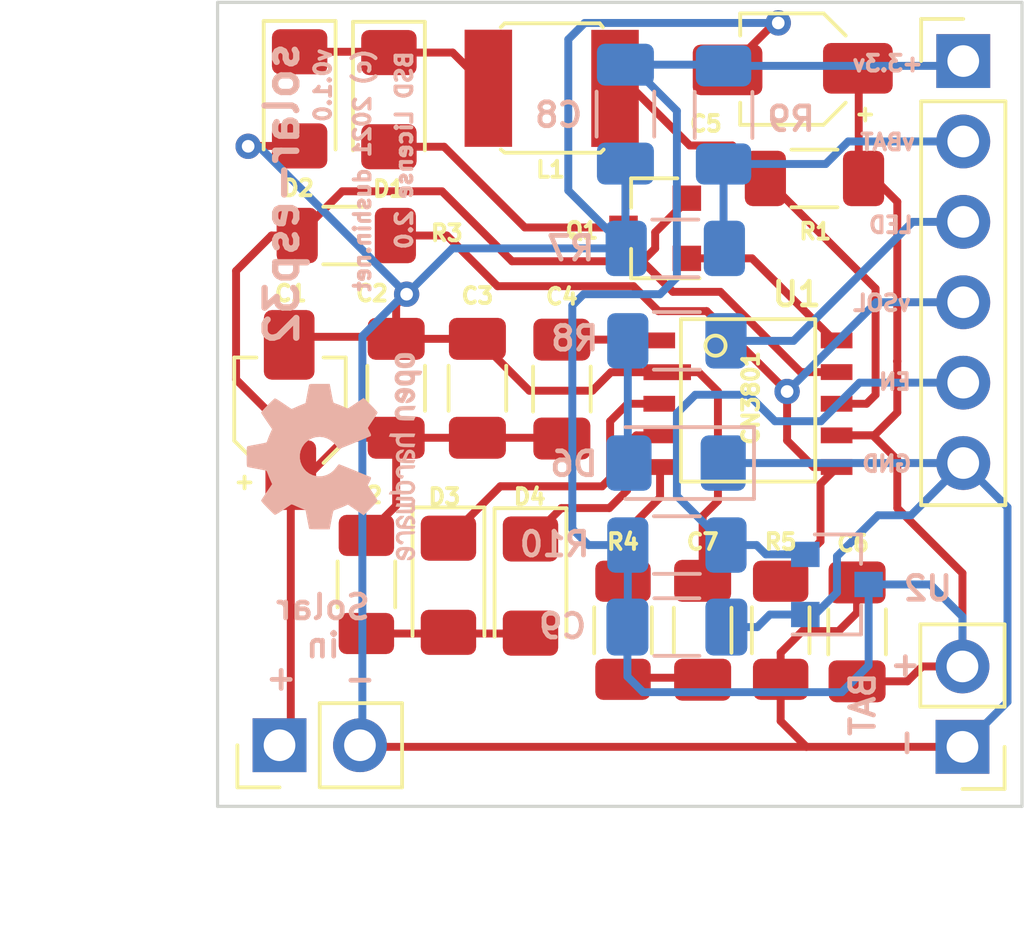
<source format=kicad_pcb>
(kicad_pcb (version 20171130) (host pcbnew "(5.1.9-0-10_14)")

  (general
    (thickness 1.6)
    (drawings 22)
    (tracks 229)
    (zones 0)
    (modules 31)
    (nets 19)
  )

  (page A)
  (title_block
    (title solar-esp32)
    (date 2021-04-18)
    (rev v0.1.0)
    (company "(c) 2021 dushin.net")
    (comment 1 "ESP32/LifePo4 solar charge circuit")
  )

  (layers
    (0 F.Cu signal hide)
    (31 B.Cu signal)
    (32 B.Adhes user)
    (33 F.Adhes user hide)
    (34 B.Paste user)
    (35 F.Paste user hide)
    (36 B.SilkS user)
    (37 F.SilkS user hide)
    (38 B.Mask user)
    (39 F.Mask user hide)
    (40 Dwgs.User user)
    (41 Cmts.User user)
    (42 Eco1.User user)
    (43 Eco2.User user)
    (44 Edge.Cuts user)
    (45 Margin user)
    (46 B.CrtYd user)
    (47 F.CrtYd user hide)
    (48 B.Fab user)
    (49 F.Fab user hide)
  )

  (setup
    (last_trace_width 0.25)
    (trace_clearance 0.2)
    (zone_clearance 0.508)
    (zone_45_only no)
    (trace_min 0.2)
    (via_size 0.8)
    (via_drill 0.4)
    (via_min_size 0.4)
    (via_min_drill 0.3)
    (uvia_size 0.3)
    (uvia_drill 0.1)
    (uvias_allowed no)
    (uvia_min_size 0.2)
    (uvia_min_drill 0.1)
    (edge_width 0.1)
    (segment_width 0.2)
    (pcb_text_width 0.3)
    (pcb_text_size 1.5 1.5)
    (mod_edge_width 0.15)
    (mod_text_size 1 1)
    (mod_text_width 0.15)
    (pad_size 1.524 1.524)
    (pad_drill 0.762)
    (pad_to_mask_clearance 0)
    (aux_axis_origin 109.855 72.009)
    (visible_elements FFFFFF7F)
    (pcbplotparams
      (layerselection 0x010fc_ffffffff)
      (usegerberextensions false)
      (usegerberattributes true)
      (usegerberadvancedattributes true)
      (creategerberjobfile true)
      (excludeedgelayer true)
      (linewidth 0.100000)
      (plotframeref false)
      (viasonmask false)
      (mode 1)
      (useauxorigin false)
      (hpglpennumber 1)
      (hpglpenspeed 20)
      (hpglpendiameter 15.000000)
      (psnegative false)
      (psa4output false)
      (plotreference true)
      (plotvalue false)
      (plotinvisibletext false)
      (padsonsilk false)
      (subtractmaskfromsilk false)
      (outputformat 1)
      (mirror false)
      (drillshape 0)
      (scaleselection 1)
      (outputdirectory "gerber/"))
  )

  (net 0 "")
  (net 1 /GND)
  (net 2 /SOL+)
  (net 3 /BAT+)
  (net 4 /ADC)
  (net 5 /ESP-LED)
  (net 6 /CSP)
  (net 7 /MPPT)
  (net 8 /VG)
  (net 9 /CHRG)
  (net 10 /DRV)
  (net 11 /COM)
  (net 12 /DRAIN)
  (net 13 /DRAIN2)
  (net 14 /CHRGLED)
  (net 15 /ESP-LED2)
  (net 16 /COM2)
  (net 17 /DONE)
  (net 18 /EN)

  (net_class Default "This is the default net class."
    (clearance 0.2)
    (trace_width 0.25)
    (via_dia 0.8)
    (via_drill 0.4)
    (uvia_dia 0.3)
    (uvia_drill 0.1)
    (add_net /ADC)
    (add_net /BAT+)
    (add_net /CHRG)
    (add_net /CHRGLED)
    (add_net /COM)
    (add_net /COM2)
    (add_net /CSP)
    (add_net /DONE)
    (add_net /DRAIN)
    (add_net /DRAIN2)
    (add_net /DRV)
    (add_net /EN)
    (add_net /ESP-LED)
    (add_net /ESP-LED2)
    (add_net /GND)
    (add_net /MPPT)
    (add_net /SOL+)
    (add_net /VG)
  )

  (module Package_TO_SOT_SMD:SOT-23 (layer B.Cu) (tedit 5A02FF57) (tstamp 606AF7F9)
    (at 144.018 90.1446)
    (descr "SOT-23, Standard")
    (tags SOT-23)
    (path /6068AC07)
    (attr smd)
    (fp_text reference U2 (at 2.8702 0.127) (layer B.SilkS)
      (effects (font (size 0.75 0.75) (thickness 0.15)) (justify mirror))
    )
    (fp_text value APX803L (at 0 -2.5) (layer B.Fab) hide
      (effects (font (size 1 1) (thickness 0.15)) (justify mirror))
    )
    (fp_line (start 0.76 -1.58) (end -0.7 -1.58) (layer B.SilkS) (width 0.12))
    (fp_line (start 0.76 1.58) (end -1.4 1.58) (layer B.SilkS) (width 0.12))
    (fp_line (start -1.7 -1.75) (end -1.7 1.75) (layer B.CrtYd) (width 0.05))
    (fp_line (start 1.7 -1.75) (end -1.7 -1.75) (layer B.CrtYd) (width 0.05))
    (fp_line (start 1.7 1.75) (end 1.7 -1.75) (layer B.CrtYd) (width 0.05))
    (fp_line (start -1.7 1.75) (end 1.7 1.75) (layer B.CrtYd) (width 0.05))
    (fp_line (start 0.76 1.58) (end 0.76 0.65) (layer B.SilkS) (width 0.12))
    (fp_line (start 0.76 -1.58) (end 0.76 -0.65) (layer B.SilkS) (width 0.12))
    (fp_line (start -0.7 -1.52) (end 0.7 -1.52) (layer B.Fab) (width 0.1))
    (fp_line (start 0.7 1.52) (end 0.7 -1.52) (layer B.Fab) (width 0.1))
    (fp_line (start -0.7 0.95) (end -0.15 1.52) (layer B.Fab) (width 0.1))
    (fp_line (start -0.15 1.52) (end 0.7 1.52) (layer B.Fab) (width 0.1))
    (fp_line (start -0.7 0.95) (end -0.7 -1.5) (layer B.Fab) (width 0.1))
    (fp_text user %R (at 0 0 270) (layer B.Fab)
      (effects (font (size 0.5 0.5) (thickness 0.075)) (justify mirror))
    )
    (pad 3 smd rect (at 1 0) (size 0.9 0.8) (layers B.Cu B.Paste B.Mask)
      (net 3 /BAT+))
    (pad 2 smd rect (at -1 -0.95) (size 0.9 0.8) (layers B.Cu B.Paste B.Mask)
      (net 18 /EN))
    (pad 1 smd rect (at -1 0.95) (size 0.9 0.8) (layers B.Cu B.Paste B.Mask)
      (net 1 /GND))
    (model ${KISYS3DMOD}/Package_TO_SOT_SMD.3dshapes/SOT-23.wrl
      (at (xyz 0 0 0))
      (scale (xyz 1 1 1))
      (rotate (xyz 0 0 0))
    )
  )

  (module Capacitor_SMD:C_1206_3216Metric_Pad1.33x1.80mm_HandSolder (layer B.Cu) (tedit 5F68FEEF) (tstamp 607C96BB)
    (at 138.9634 91.4908)
    (descr "Capacitor SMD 1206 (3216 Metric), square (rectangular) end terminal, IPC_7351 nominal with elongated pad for handsoldering. (Body size source: IPC-SM-782 page 76, https://www.pcb-3d.com/wordpress/wp-content/uploads/ipc-sm-782a_amendment_1_and_2.pdf), generated with kicad-footprint-generator")
    (tags "capacitor handsolder")
    (path /607CCEC6)
    (attr smd)
    (fp_text reference C9 (at -3.6068 -0.0254) (layer B.SilkS)
      (effects (font (size 0.75 0.75) (thickness 0.15)) (justify mirror))
    )
    (fp_text value 100uF (at 0 -1.85) (layer B.Fab) hide
      (effects (font (size 1 1) (thickness 0.15)) (justify mirror))
    )
    (fp_text user %R (at 0 0) (layer B.Fab)
      (effects (font (size 0.8 0.8) (thickness 0.12)) (justify mirror))
    )
    (fp_line (start -1.6 -0.8) (end -1.6 0.8) (layer B.Fab) (width 0.1))
    (fp_line (start -1.6 0.8) (end 1.6 0.8) (layer B.Fab) (width 0.1))
    (fp_line (start 1.6 0.8) (end 1.6 -0.8) (layer B.Fab) (width 0.1))
    (fp_line (start 1.6 -0.8) (end -1.6 -0.8) (layer B.Fab) (width 0.1))
    (fp_line (start -0.711252 0.91) (end 0.711252 0.91) (layer B.SilkS) (width 0.12))
    (fp_line (start -0.711252 -0.91) (end 0.711252 -0.91) (layer B.SilkS) (width 0.12))
    (fp_line (start -2.48 -1.15) (end -2.48 1.15) (layer B.CrtYd) (width 0.05))
    (fp_line (start -2.48 1.15) (end 2.48 1.15) (layer B.CrtYd) (width 0.05))
    (fp_line (start 2.48 1.15) (end 2.48 -1.15) (layer B.CrtYd) (width 0.05))
    (fp_line (start 2.48 -1.15) (end -2.48 -1.15) (layer B.CrtYd) (width 0.05))
    (pad 2 smd roundrect (at 1.5625 0) (size 1.325 1.8) (layers B.Cu B.Paste B.Mask) (roundrect_rratio 0.188679)
      (net 1 /GND))
    (pad 1 smd roundrect (at -1.5625 0) (size 1.325 1.8) (layers B.Cu B.Paste B.Mask) (roundrect_rratio 0.188679)
      (net 3 /BAT+))
    (model ${KISYS3DMOD}/Capacitor_SMD.3dshapes/C_1206_3216Metric.wrl
      (at (xyz 0 0 0))
      (scale (xyz 1 1 1))
      (rotate (xyz 0 0 0))
    )
  )

  (module Symbol:OSHW-Logo2_7.3x6mm_SilkScreen (layer B.Cu) (tedit 0) (tstamp 60768318)
    (at 128.143 86.106 270)
    (descr "Open Source Hardware Symbol")
    (tags "Logo Symbol OSHW")
    (attr virtual)
    (fp_text reference REF** (at 0 0 90) (layer B.SilkS) hide
      (effects (font (size 1 1) (thickness 0.15)) (justify mirror))
    )
    (fp_text value OSHW-Logo2_7.3x6mm_SilkScreen (at 0.75 0 90) (layer B.Fab) hide
      (effects (font (size 1 1) (thickness 0.15)) (justify mirror))
    )
    (fp_poly (pts (xy 0.10391 2.757652) (xy 0.182454 2.757222) (xy 0.239298 2.756058) (xy 0.278105 2.753793)
      (xy 0.302538 2.75006) (xy 0.316262 2.744494) (xy 0.32294 2.736727) (xy 0.326236 2.726395)
      (xy 0.326556 2.725057) (xy 0.331562 2.700921) (xy 0.340829 2.653299) (xy 0.353392 2.587259)
      (xy 0.368287 2.507872) (xy 0.384551 2.420204) (xy 0.385119 2.417125) (xy 0.40141 2.331211)
      (xy 0.416652 2.255304) (xy 0.429861 2.193955) (xy 0.440054 2.151718) (xy 0.446248 2.133145)
      (xy 0.446543 2.132816) (xy 0.464788 2.123747) (xy 0.502405 2.108633) (xy 0.551271 2.090738)
      (xy 0.551543 2.090642) (xy 0.613093 2.067507) (xy 0.685657 2.038035) (xy 0.754057 2.008403)
      (xy 0.757294 2.006938) (xy 0.868702 1.956374) (xy 1.115399 2.12484) (xy 1.191077 2.176197)
      (xy 1.259631 2.222111) (xy 1.317088 2.25997) (xy 1.359476 2.287163) (xy 1.382825 2.301079)
      (xy 1.385042 2.302111) (xy 1.40201 2.297516) (xy 1.433701 2.275345) (xy 1.481352 2.234553)
      (xy 1.546198 2.174095) (xy 1.612397 2.109773) (xy 1.676214 2.046388) (xy 1.733329 1.988549)
      (xy 1.780305 1.939825) (xy 1.813703 1.90379) (xy 1.830085 1.884016) (xy 1.830694 1.882998)
      (xy 1.832505 1.869428) (xy 1.825683 1.847267) (xy 1.80854 1.813522) (xy 1.779393 1.7652)
      (xy 1.736555 1.699308) (xy 1.679448 1.614483) (xy 1.628766 1.539823) (xy 1.583461 1.47286)
      (xy 1.54615 1.417484) (xy 1.519452 1.37758) (xy 1.505985 1.357038) (xy 1.505137 1.355644)
      (xy 1.506781 1.335962) (xy 1.519245 1.297707) (xy 1.540048 1.248111) (xy 1.547462 1.232272)
      (xy 1.579814 1.16171) (xy 1.614328 1.081647) (xy 1.642365 1.012371) (xy 1.662568 0.960955)
      (xy 1.678615 0.921881) (xy 1.687888 0.901459) (xy 1.689041 0.899886) (xy 1.706096 0.897279)
      (xy 1.746298 0.890137) (xy 1.804302 0.879477) (xy 1.874763 0.866315) (xy 1.952335 0.851667)
      (xy 2.031672 0.836551) (xy 2.107431 0.821982) (xy 2.174264 0.808978) (xy 2.226828 0.798555)
      (xy 2.259776 0.79173) (xy 2.267857 0.789801) (xy 2.276205 0.785038) (xy 2.282506 0.774282)
      (xy 2.287045 0.753902) (xy 2.290104 0.720266) (xy 2.291967 0.669745) (xy 2.292918 0.598708)
      (xy 2.29324 0.503524) (xy 2.293257 0.464508) (xy 2.293257 0.147201) (xy 2.217057 0.132161)
      (xy 2.174663 0.124005) (xy 2.1114 0.112101) (xy 2.034962 0.097884) (xy 1.953043 0.08279)
      (xy 1.9304 0.078645) (xy 1.854806 0.063947) (xy 1.788953 0.049495) (xy 1.738366 0.036625)
      (xy 1.708574 0.026678) (xy 1.703612 0.023713) (xy 1.691426 0.002717) (xy 1.673953 -0.037967)
      (xy 1.654577 -0.090322) (xy 1.650734 -0.1016) (xy 1.625339 -0.171523) (xy 1.593817 -0.250418)
      (xy 1.562969 -0.321266) (xy 1.562817 -0.321595) (xy 1.511447 -0.432733) (xy 1.680399 -0.681253)
      (xy 1.849352 -0.929772) (xy 1.632429 -1.147058) (xy 1.566819 -1.211726) (xy 1.506979 -1.268733)
      (xy 1.456267 -1.315033) (xy 1.418046 -1.347584) (xy 1.395675 -1.363343) (xy 1.392466 -1.364343)
      (xy 1.373626 -1.356469) (xy 1.33518 -1.334578) (xy 1.28133 -1.301267) (xy 1.216276 -1.259131)
      (xy 1.14594 -1.211943) (xy 1.074555 -1.16381) (xy 1.010908 -1.121928) (xy 0.959041 -1.088871)
      (xy 0.922995 -1.067218) (xy 0.906867 -1.059543) (xy 0.887189 -1.066037) (xy 0.849875 -1.08315)
      (xy 0.802621 -1.107326) (xy 0.797612 -1.110013) (xy 0.733977 -1.141927) (xy 0.690341 -1.157579)
      (xy 0.663202 -1.157745) (xy 0.649057 -1.143204) (xy 0.648975 -1.143) (xy 0.641905 -1.125779)
      (xy 0.625042 -1.084899) (xy 0.599695 -1.023525) (xy 0.567171 -0.944819) (xy 0.528778 -0.851947)
      (xy 0.485822 -0.748072) (xy 0.444222 -0.647502) (xy 0.398504 -0.536516) (xy 0.356526 -0.433703)
      (xy 0.319548 -0.342215) (xy 0.288827 -0.265201) (xy 0.265622 -0.205815) (xy 0.25119 -0.167209)
      (xy 0.246743 -0.1528) (xy 0.257896 -0.136272) (xy 0.287069 -0.10993) (xy 0.325971 -0.080887)
      (xy 0.436757 0.010961) (xy 0.523351 0.116241) (xy 0.584716 0.232734) (xy 0.619815 0.358224)
      (xy 0.627608 0.490493) (xy 0.621943 0.551543) (xy 0.591078 0.678205) (xy 0.53792 0.790059)
      (xy 0.465767 0.885999) (xy 0.377917 0.964924) (xy 0.277665 1.02573) (xy 0.16831 1.067313)
      (xy 0.053147 1.088572) (xy -0.064525 1.088401) (xy -0.18141 1.065699) (xy -0.294211 1.019362)
      (xy -0.399631 0.948287) (xy -0.443632 0.908089) (xy -0.528021 0.804871) (xy -0.586778 0.692075)
      (xy -0.620296 0.57299) (xy -0.628965 0.450905) (xy -0.613177 0.329107) (xy -0.573322 0.210884)
      (xy -0.509793 0.099525) (xy -0.422979 -0.001684) (xy -0.325971 -0.080887) (xy -0.285563 -0.111162)
      (xy -0.257018 -0.137219) (xy -0.246743 -0.152825) (xy -0.252123 -0.169843) (xy -0.267425 -0.2105)
      (xy -0.291388 -0.271642) (xy -0.322756 -0.350119) (xy -0.360268 -0.44278) (xy -0.402667 -0.546472)
      (xy -0.444337 -0.647526) (xy -0.49031 -0.758607) (xy -0.532893 -0.861541) (xy -0.570779 -0.953165)
      (xy -0.60266 -1.030316) (xy -0.627229 -1.089831) (xy -0.64318 -1.128544) (xy -0.64909 -1.143)
      (xy -0.663052 -1.157685) (xy -0.69006 -1.157642) (xy -0.733587 -1.142099) (xy -0.79711 -1.110284)
      (xy -0.797612 -1.110013) (xy -0.84544 -1.085323) (xy -0.884103 -1.067338) (xy -0.905905 -1.059614)
      (xy -0.906867 -1.059543) (xy -0.923279 -1.067378) (xy -0.959513 -1.089165) (xy -1.011526 -1.122328)
      (xy -1.075275 -1.164291) (xy -1.14594 -1.211943) (xy -1.217884 -1.260191) (xy -1.282726 -1.302151)
      (xy -1.336265 -1.335227) (xy -1.374303 -1.356821) (xy -1.392467 -1.364343) (xy -1.409192 -1.354457)
      (xy -1.44282 -1.326826) (xy -1.48999 -1.284495) (xy -1.547342 -1.230505) (xy -1.611516 -1.167899)
      (xy -1.632503 -1.146983) (xy -1.849501 -0.929623) (xy -1.684332 -0.68722) (xy -1.634136 -0.612781)
      (xy -1.590081 -0.545972) (xy -1.554638 -0.490665) (xy -1.530281 -0.450729) (xy -1.519478 -0.430036)
      (xy -1.519162 -0.428563) (xy -1.524857 -0.409058) (xy -1.540174 -0.369822) (xy -1.562463 -0.31743)
      (xy -1.578107 -0.282355) (xy -1.607359 -0.215201) (xy -1.634906 -0.147358) (xy -1.656263 -0.090034)
      (xy -1.662065 -0.072572) (xy -1.678548 -0.025938) (xy -1.69466 0.010095) (xy -1.70351 0.023713)
      (xy -1.72304 0.032048) (xy -1.765666 0.043863) (xy -1.825855 0.057819) (xy -1.898078 0.072578)
      (xy -1.9304 0.078645) (xy -2.012478 0.093727) (xy -2.091205 0.108331) (xy -2.158891 0.12102)
      (xy -2.20784 0.130358) (xy -2.217057 0.132161) (xy -2.293257 0.147201) (xy -2.293257 0.464508)
      (xy -2.293086 0.568846) (xy -2.292384 0.647787) (xy -2.290866 0.704962) (xy -2.288251 0.744001)
      (xy -2.284254 0.768535) (xy -2.278591 0.782195) (xy -2.27098 0.788611) (xy -2.267857 0.789801)
      (xy -2.249022 0.79402) (xy -2.207412 0.802438) (xy -2.14837 0.814039) (xy -2.077243 0.827805)
      (xy -1.999375 0.84272) (xy -1.920113 0.857768) (xy -1.844802 0.871931) (xy -1.778787 0.884194)
      (xy -1.727413 0.893539) (xy -1.696025 0.89895) (xy -1.689041 0.899886) (xy -1.682715 0.912404)
      (xy -1.66871 0.945754) (xy -1.649645 0.993623) (xy -1.642366 1.012371) (xy -1.613004 1.084805)
      (xy -1.578429 1.16483) (xy -1.547463 1.232272) (xy -1.524677 1.283841) (xy -1.509518 1.326215)
      (xy -1.504458 1.352166) (xy -1.505264 1.355644) (xy -1.515959 1.372064) (xy -1.54038 1.408583)
      (xy -1.575905 1.461313) (xy -1.619913 1.526365) (xy -1.669783 1.599849) (xy -1.679644 1.614355)
      (xy -1.737508 1.700296) (xy -1.780044 1.765739) (xy -1.808946 1.813696) (xy -1.82591 1.84718)
      (xy -1.832633 1.869205) (xy -1.83081 1.882783) (xy -1.830764 1.882869) (xy -1.816414 1.900703)
      (xy -1.784677 1.935183) (xy -1.73899 1.982732) (xy -1.682796 2.039778) (xy -1.619532 2.102745)
      (xy -1.612398 2.109773) (xy -1.53267 2.18698) (xy -1.471143 2.24367) (xy -1.426579 2.28089)
      (xy -1.397743 2.299685) (xy -1.385042 2.302111) (xy -1.366506 2.291529) (xy -1.328039 2.267084)
      (xy -1.273614 2.231388) (xy -1.207202 2.187053) (xy -1.132775 2.136689) (xy -1.115399 2.12484)
      (xy -0.868703 1.956374) (xy -0.757294 2.006938) (xy -0.689543 2.036405) (xy -0.616817 2.066041)
      (xy -0.554297 2.08967) (xy -0.551543 2.090642) (xy -0.50264 2.108543) (xy -0.464943 2.12368)
      (xy -0.446575 2.13279) (xy -0.446544 2.132816) (xy -0.440715 2.149283) (xy -0.430808 2.189781)
      (xy -0.417805 2.249758) (xy -0.402691 2.32466) (xy -0.386448 2.409936) (xy -0.385119 2.417125)
      (xy -0.368825 2.504986) (xy -0.353867 2.58474) (xy -0.341209 2.651319) (xy -0.331814 2.699653)
      (xy -0.326646 2.724675) (xy -0.326556 2.725057) (xy -0.323411 2.735701) (xy -0.317296 2.743738)
      (xy -0.304547 2.749533) (xy -0.2815 2.753453) (xy -0.244491 2.755865) (xy -0.189856 2.757135)
      (xy -0.113933 2.757629) (xy -0.013056 2.757714) (xy 0 2.757714) (xy 0.10391 2.757652)) (layer B.SilkS) (width 0.01))
    (fp_poly (pts (xy 3.153595 -1.966966) (xy 3.211021 -2.004497) (xy 3.238719 -2.038096) (xy 3.260662 -2.099064)
      (xy 3.262405 -2.147308) (xy 3.258457 -2.211816) (xy 3.109686 -2.276934) (xy 3.037349 -2.310202)
      (xy 2.990084 -2.336964) (xy 2.965507 -2.360144) (xy 2.961237 -2.382667) (xy 2.974889 -2.407455)
      (xy 2.989943 -2.423886) (xy 3.033746 -2.450235) (xy 3.081389 -2.452081) (xy 3.125145 -2.431546)
      (xy 3.157289 -2.390752) (xy 3.163038 -2.376347) (xy 3.190576 -2.331356) (xy 3.222258 -2.312182)
      (xy 3.265714 -2.295779) (xy 3.265714 -2.357966) (xy 3.261872 -2.400283) (xy 3.246823 -2.435969)
      (xy 3.21528 -2.476943) (xy 3.210592 -2.482267) (xy 3.175506 -2.51872) (xy 3.145347 -2.538283)
      (xy 3.107615 -2.547283) (xy 3.076335 -2.55023) (xy 3.020385 -2.550965) (xy 2.980555 -2.54166)
      (xy 2.955708 -2.527846) (xy 2.916656 -2.497467) (xy 2.889625 -2.464613) (xy 2.872517 -2.423294)
      (xy 2.863238 -2.367521) (xy 2.859693 -2.291305) (xy 2.85941 -2.252622) (xy 2.860372 -2.206247)
      (xy 2.948007 -2.206247) (xy 2.949023 -2.231126) (xy 2.951556 -2.2352) (xy 2.968274 -2.229665)
      (xy 3.004249 -2.215017) (xy 3.052331 -2.19419) (xy 3.062386 -2.189714) (xy 3.123152 -2.158814)
      (xy 3.156632 -2.131657) (xy 3.16399 -2.10622) (xy 3.146391 -2.080481) (xy 3.131856 -2.069109)
      (xy 3.07941 -2.046364) (xy 3.030322 -2.050122) (xy 2.989227 -2.077884) (xy 2.960758 -2.127152)
      (xy 2.951631 -2.166257) (xy 2.948007 -2.206247) (xy 2.860372 -2.206247) (xy 2.861285 -2.162249)
      (xy 2.868196 -2.095384) (xy 2.881884 -2.046695) (xy 2.904096 -2.010849) (xy 2.936574 -1.982513)
      (xy 2.950733 -1.973355) (xy 3.015053 -1.949507) (xy 3.085473 -1.948006) (xy 3.153595 -1.966966)) (layer B.SilkS) (width 0.01))
    (fp_poly (pts (xy 2.6526 -1.958752) (xy 2.669948 -1.966334) (xy 2.711356 -1.999128) (xy 2.746765 -2.046547)
      (xy 2.768664 -2.097151) (xy 2.772229 -2.122098) (xy 2.760279 -2.156927) (xy 2.734067 -2.175357)
      (xy 2.705964 -2.186516) (xy 2.693095 -2.188572) (xy 2.686829 -2.173649) (xy 2.674456 -2.141175)
      (xy 2.669028 -2.126502) (xy 2.63859 -2.075744) (xy 2.59452 -2.050427) (xy 2.53801 -2.051206)
      (xy 2.533825 -2.052203) (xy 2.503655 -2.066507) (xy 2.481476 -2.094393) (xy 2.466327 -2.139287)
      (xy 2.45725 -2.204615) (xy 2.453286 -2.293804) (xy 2.452914 -2.341261) (xy 2.45273 -2.416071)
      (xy 2.451522 -2.467069) (xy 2.448309 -2.499471) (xy 2.442109 -2.518495) (xy 2.43194 -2.529356)
      (xy 2.416819 -2.537272) (xy 2.415946 -2.53767) (xy 2.386828 -2.549981) (xy 2.372403 -2.554514)
      (xy 2.370186 -2.540809) (xy 2.368289 -2.502925) (xy 2.366847 -2.445715) (xy 2.365998 -2.374027)
      (xy 2.365829 -2.321565) (xy 2.366692 -2.220047) (xy 2.37007 -2.143032) (xy 2.377142 -2.086023)
      (xy 2.389088 -2.044526) (xy 2.40709 -2.014043) (xy 2.432327 -1.99008) (xy 2.457247 -1.973355)
      (xy 2.517171 -1.951097) (xy 2.586911 -1.946076) (xy 2.6526 -1.958752)) (layer B.SilkS) (width 0.01))
    (fp_poly (pts (xy 2.144876 -1.956335) (xy 2.186667 -1.975344) (xy 2.219469 -1.998378) (xy 2.243503 -2.024133)
      (xy 2.260097 -2.057358) (xy 2.270577 -2.1028) (xy 2.276271 -2.165207) (xy 2.278507 -2.249327)
      (xy 2.278743 -2.304721) (xy 2.278743 -2.520826) (xy 2.241774 -2.53767) (xy 2.212656 -2.549981)
      (xy 2.198231 -2.554514) (xy 2.195472 -2.541025) (xy 2.193282 -2.504653) (xy 2.191942 -2.451542)
      (xy 2.191657 -2.409372) (xy 2.190434 -2.348447) (xy 2.187136 -2.300115) (xy 2.182321 -2.270518)
      (xy 2.178496 -2.264229) (xy 2.152783 -2.270652) (xy 2.112418 -2.287125) (xy 2.065679 -2.309458)
      (xy 2.020845 -2.333457) (xy 1.986193 -2.35493) (xy 1.970002 -2.369685) (xy 1.969938 -2.369845)
      (xy 1.97133 -2.397152) (xy 1.983818 -2.423219) (xy 2.005743 -2.444392) (xy 2.037743 -2.451474)
      (xy 2.065092 -2.450649) (xy 2.103826 -2.450042) (xy 2.124158 -2.459116) (xy 2.136369 -2.483092)
      (xy 2.137909 -2.487613) (xy 2.143203 -2.521806) (xy 2.129047 -2.542568) (xy 2.092148 -2.552462)
      (xy 2.052289 -2.554292) (xy 1.980562 -2.540727) (xy 1.943432 -2.521355) (xy 1.897576 -2.475845)
      (xy 1.873256 -2.419983) (xy 1.871073 -2.360957) (xy 1.891629 -2.305953) (xy 1.922549 -2.271486)
      (xy 1.95342 -2.252189) (xy 2.001942 -2.227759) (xy 2.058485 -2.202985) (xy 2.06791 -2.199199)
      (xy 2.130019 -2.171791) (xy 2.165822 -2.147634) (xy 2.177337 -2.123619) (xy 2.16658 -2.096635)
      (xy 2.148114 -2.075543) (xy 2.104469 -2.049572) (xy 2.056446 -2.047624) (xy 2.012406 -2.067637)
      (xy 1.980709 -2.107551) (xy 1.976549 -2.117848) (xy 1.952327 -2.155724) (xy 1.916965 -2.183842)
      (xy 1.872343 -2.206917) (xy 1.872343 -2.141485) (xy 1.874969 -2.101506) (xy 1.88623 -2.069997)
      (xy 1.911199 -2.036378) (xy 1.935169 -2.010484) (xy 1.972441 -1.973817) (xy 2.001401 -1.954121)
      (xy 2.032505 -1.94622) (xy 2.067713 -1.944914) (xy 2.144876 -1.956335)) (layer B.SilkS) (width 0.01))
    (fp_poly (pts (xy 1.779833 -1.958663) (xy 1.782048 -1.99685) (xy 1.783784 -2.054886) (xy 1.784899 -2.12818)
      (xy 1.785257 -2.205055) (xy 1.785257 -2.465196) (xy 1.739326 -2.511127) (xy 1.707675 -2.539429)
      (xy 1.67989 -2.550893) (xy 1.641915 -2.550168) (xy 1.62684 -2.548321) (xy 1.579726 -2.542948)
      (xy 1.540756 -2.539869) (xy 1.531257 -2.539585) (xy 1.499233 -2.541445) (xy 1.453432 -2.546114)
      (xy 1.435674 -2.548321) (xy 1.392057 -2.551735) (xy 1.362745 -2.54432) (xy 1.33368 -2.521427)
      (xy 1.323188 -2.511127) (xy 1.277257 -2.465196) (xy 1.277257 -1.978602) (xy 1.314226 -1.961758)
      (xy 1.346059 -1.949282) (xy 1.364683 -1.944914) (xy 1.369458 -1.958718) (xy 1.373921 -1.997286)
      (xy 1.377775 -2.056356) (xy 1.380722 -2.131663) (xy 1.382143 -2.195286) (xy 1.386114 -2.445657)
      (xy 1.420759 -2.450556) (xy 1.452268 -2.447131) (xy 1.467708 -2.436041) (xy 1.472023 -2.415308)
      (xy 1.475708 -2.371145) (xy 1.478469 -2.309146) (xy 1.480012 -2.234909) (xy 1.480235 -2.196706)
      (xy 1.480457 -1.976783) (xy 1.526166 -1.960849) (xy 1.558518 -1.950015) (xy 1.576115 -1.944962)
      (xy 1.576623 -1.944914) (xy 1.578388 -1.958648) (xy 1.580329 -1.99673) (xy 1.582282 -2.054482)
      (xy 1.584084 -2.127227) (xy 1.585343 -2.195286) (xy 1.589314 -2.445657) (xy 1.6764 -2.445657)
      (xy 1.680396 -2.21724) (xy 1.684392 -1.988822) (xy 1.726847 -1.966868) (xy 1.758192 -1.951793)
      (xy 1.776744 -1.944951) (xy 1.777279 -1.944914) (xy 1.779833 -1.958663)) (layer B.SilkS) (width 0.01))
    (fp_poly (pts (xy 1.190117 -2.065358) (xy 1.189933 -2.173837) (xy 1.189219 -2.257287) (xy 1.187675 -2.319704)
      (xy 1.185001 -2.365085) (xy 1.180894 -2.397429) (xy 1.175055 -2.420733) (xy 1.167182 -2.438995)
      (xy 1.161221 -2.449418) (xy 1.111855 -2.505945) (xy 1.049264 -2.541377) (xy 0.980013 -2.55409)
      (xy 0.910668 -2.542463) (xy 0.869375 -2.521568) (xy 0.826025 -2.485422) (xy 0.796481 -2.441276)
      (xy 0.778655 -2.383462) (xy 0.770463 -2.306313) (xy 0.769302 -2.249714) (xy 0.769458 -2.245647)
      (xy 0.870857 -2.245647) (xy 0.871476 -2.31055) (xy 0.874314 -2.353514) (xy 0.88084 -2.381622)
      (xy 0.892523 -2.401953) (xy 0.906483 -2.417288) (xy 0.953365 -2.44689) (xy 1.003701 -2.449419)
      (xy 1.051276 -2.424705) (xy 1.054979 -2.421356) (xy 1.070783 -2.403935) (xy 1.080693 -2.383209)
      (xy 1.086058 -2.352362) (xy 1.088228 -2.304577) (xy 1.088571 -2.251748) (xy 1.087827 -2.185381)
      (xy 1.084748 -2.141106) (xy 1.078061 -2.112009) (xy 1.066496 -2.091173) (xy 1.057013 -2.080107)
      (xy 1.01296 -2.052198) (xy 0.962224 -2.048843) (xy 0.913796 -2.070159) (xy 0.90445 -2.078073)
      (xy 0.88854 -2.095647) (xy 0.87861 -2.116587) (xy 0.873278 -2.147782) (xy 0.871163 -2.196122)
      (xy 0.870857 -2.245647) (xy 0.769458 -2.245647) (xy 0.77281 -2.158568) (xy 0.784726 -2.090086)
      (xy 0.807135 -2.0386) (xy 0.842124 -1.998443) (xy 0.869375 -1.977861) (xy 0.918907 -1.955625)
      (xy 0.976316 -1.945304) (xy 1.029682 -1.948067) (xy 1.059543 -1.959212) (xy 1.071261 -1.962383)
      (xy 1.079037 -1.950557) (xy 1.084465 -1.918866) (xy 1.088571 -1.870593) (xy 1.093067 -1.816829)
      (xy 1.099313 -1.784482) (xy 1.110676 -1.765985) (xy 1.130528 -1.75377) (xy 1.143 -1.748362)
      (xy 1.190171 -1.728601) (xy 1.190117 -2.065358)) (layer B.SilkS) (width 0.01))
    (fp_poly (pts (xy 0.529926 -1.949755) (xy 0.595858 -1.974084) (xy 0.649273 -2.017117) (xy 0.670164 -2.047409)
      (xy 0.692939 -2.102994) (xy 0.692466 -2.143186) (xy 0.668562 -2.170217) (xy 0.659717 -2.174813)
      (xy 0.62153 -2.189144) (xy 0.602028 -2.185472) (xy 0.595422 -2.161407) (xy 0.595086 -2.148114)
      (xy 0.582992 -2.09921) (xy 0.551471 -2.064999) (xy 0.507659 -2.048476) (xy 0.458695 -2.052634)
      (xy 0.418894 -2.074227) (xy 0.40545 -2.086544) (xy 0.395921 -2.101487) (xy 0.389485 -2.124075)
      (xy 0.385317 -2.159328) (xy 0.382597 -2.212266) (xy 0.380502 -2.287907) (xy 0.37996 -2.311857)
      (xy 0.377981 -2.39379) (xy 0.375731 -2.451455) (xy 0.372357 -2.489608) (xy 0.367006 -2.513004)
      (xy 0.358824 -2.526398) (xy 0.346959 -2.534545) (xy 0.339362 -2.538144) (xy 0.307102 -2.550452)
      (xy 0.288111 -2.554514) (xy 0.281836 -2.540948) (xy 0.278006 -2.499934) (xy 0.2766 -2.430999)
      (xy 0.277598 -2.333669) (xy 0.277908 -2.318657) (xy 0.280101 -2.229859) (xy 0.282693 -2.165019)
      (xy 0.286382 -2.119067) (xy 0.291864 -2.086935) (xy 0.299835 -2.063553) (xy 0.310993 -2.043852)
      (xy 0.31683 -2.03541) (xy 0.350296 -1.998057) (xy 0.387727 -1.969003) (xy 0.392309 -1.966467)
      (xy 0.459426 -1.946443) (xy 0.529926 -1.949755)) (layer B.SilkS) (width 0.01))
    (fp_poly (pts (xy 0.039744 -1.950968) (xy 0.096616 -1.972087) (xy 0.097267 -1.972493) (xy 0.13244 -1.99838)
      (xy 0.158407 -2.028633) (xy 0.17667 -2.068058) (xy 0.188732 -2.121462) (xy 0.196096 -2.193651)
      (xy 0.200264 -2.289432) (xy 0.200629 -2.303078) (xy 0.205876 -2.508842) (xy 0.161716 -2.531678)
      (xy 0.129763 -2.54711) (xy 0.11047 -2.554423) (xy 0.109578 -2.554514) (xy 0.106239 -2.541022)
      (xy 0.103587 -2.504626) (xy 0.101956 -2.451452) (xy 0.1016 -2.408393) (xy 0.101592 -2.338641)
      (xy 0.098403 -2.294837) (xy 0.087288 -2.273944) (xy 0.063501 -2.272925) (xy 0.022296 -2.288741)
      (xy -0.039914 -2.317815) (xy -0.085659 -2.341963) (xy -0.109187 -2.362913) (xy -0.116104 -2.385747)
      (xy -0.116114 -2.386877) (xy -0.104701 -2.426212) (xy -0.070908 -2.447462) (xy -0.019191 -2.450539)
      (xy 0.018061 -2.450006) (xy 0.037703 -2.460735) (xy 0.049952 -2.486505) (xy 0.057002 -2.519337)
      (xy 0.046842 -2.537966) (xy 0.043017 -2.540632) (xy 0.007001 -2.55134) (xy -0.043434 -2.552856)
      (xy -0.095374 -2.545759) (xy -0.132178 -2.532788) (xy -0.183062 -2.489585) (xy -0.211986 -2.429446)
      (xy -0.217714 -2.382462) (xy -0.213343 -2.340082) (xy -0.197525 -2.305488) (xy -0.166203 -2.274763)
      (xy -0.115322 -2.24399) (xy -0.040824 -2.209252) (xy -0.036286 -2.207288) (xy 0.030821 -2.176287)
      (xy 0.072232 -2.150862) (xy 0.089981 -2.128014) (xy 0.086107 -2.104745) (xy 0.062643 -2.078056)
      (xy 0.055627 -2.071914) (xy 0.00863 -2.0481) (xy -0.040067 -2.049103) (xy -0.082478 -2.072451)
      (xy -0.110616 -2.115675) (xy -0.113231 -2.12416) (xy -0.138692 -2.165308) (xy -0.170999 -2.185128)
      (xy -0.217714 -2.20477) (xy -0.217714 -2.15395) (xy -0.203504 -2.080082) (xy -0.161325 -2.012327)
      (xy -0.139376 -1.989661) (xy -0.089483 -1.960569) (xy -0.026033 -1.9474) (xy 0.039744 -1.950968)) (layer B.SilkS) (width 0.01))
    (fp_poly (pts (xy -0.624114 -1.851289) (xy -0.619861 -1.910613) (xy -0.614975 -1.945572) (xy -0.608205 -1.96082)
      (xy -0.598298 -1.961015) (xy -0.595086 -1.959195) (xy -0.552356 -1.946015) (xy -0.496773 -1.946785)
      (xy -0.440263 -1.960333) (xy -0.404918 -1.977861) (xy -0.368679 -2.005861) (xy -0.342187 -2.037549)
      (xy -0.324001 -2.077813) (xy -0.312678 -2.131543) (xy -0.306778 -2.203626) (xy -0.304857 -2.298951)
      (xy -0.304823 -2.317237) (xy -0.3048 -2.522646) (xy -0.350509 -2.53858) (xy -0.382973 -2.54942)
      (xy -0.400785 -2.554468) (xy -0.401309 -2.554514) (xy -0.403063 -2.540828) (xy -0.404556 -2.503076)
      (xy -0.405674 -2.446224) (xy -0.406303 -2.375234) (xy -0.4064 -2.332073) (xy -0.406602 -2.246973)
      (xy -0.407642 -2.185981) (xy -0.410169 -2.144177) (xy -0.414836 -2.116642) (xy -0.422293 -2.098456)
      (xy -0.433189 -2.084698) (xy -0.439993 -2.078073) (xy -0.486728 -2.051375) (xy -0.537728 -2.049375)
      (xy -0.583999 -2.071955) (xy -0.592556 -2.080107) (xy -0.605107 -2.095436) (xy -0.613812 -2.113618)
      (xy -0.619369 -2.139909) (xy -0.622474 -2.179562) (xy -0.623824 -2.237832) (xy -0.624114 -2.318173)
      (xy -0.624114 -2.522646) (xy -0.669823 -2.53858) (xy -0.702287 -2.54942) (xy -0.720099 -2.554468)
      (xy -0.720623 -2.554514) (xy -0.721963 -2.540623) (xy -0.723172 -2.501439) (xy -0.724199 -2.4407)
      (xy -0.724998 -2.362141) (xy -0.725519 -2.269498) (xy -0.725714 -2.166509) (xy -0.725714 -1.769342)
      (xy -0.678543 -1.749444) (xy -0.631371 -1.729547) (xy -0.624114 -1.851289)) (layer B.SilkS) (width 0.01))
    (fp_poly (pts (xy -1.831697 -1.931239) (xy -1.774473 -1.969735) (xy -1.730251 -2.025335) (xy -1.703833 -2.096086)
      (xy -1.69849 -2.148162) (xy -1.699097 -2.169893) (xy -1.704178 -2.186531) (xy -1.718145 -2.201437)
      (xy -1.745411 -2.217973) (xy -1.790388 -2.239498) (xy -1.857489 -2.269374) (xy -1.857829 -2.269524)
      (xy -1.919593 -2.297813) (xy -1.970241 -2.322933) (xy -2.004596 -2.342179) (xy -2.017482 -2.352848)
      (xy -2.017486 -2.352934) (xy -2.006128 -2.376166) (xy -1.979569 -2.401774) (xy -1.949077 -2.420221)
      (xy -1.93363 -2.423886) (xy -1.891485 -2.411212) (xy -1.855192 -2.379471) (xy -1.837483 -2.344572)
      (xy -1.820448 -2.318845) (xy -1.787078 -2.289546) (xy -1.747851 -2.264235) (xy -1.713244 -2.250471)
      (xy -1.706007 -2.249714) (xy -1.697861 -2.26216) (xy -1.69737 -2.293972) (xy -1.703357 -2.336866)
      (xy -1.714643 -2.382558) (xy -1.73005 -2.422761) (xy -1.730829 -2.424322) (xy -1.777196 -2.489062)
      (xy -1.837289 -2.533097) (xy -1.905535 -2.554711) (xy -1.976362 -2.552185) (xy -2.044196 -2.523804)
      (xy -2.047212 -2.521808) (xy -2.100573 -2.473448) (xy -2.13566 -2.410352) (xy -2.155078 -2.327387)
      (xy -2.157684 -2.304078) (xy -2.162299 -2.194055) (xy -2.156767 -2.142748) (xy -2.017486 -2.142748)
      (xy -2.015676 -2.174753) (xy -2.005778 -2.184093) (xy -1.981102 -2.177105) (xy -1.942205 -2.160587)
      (xy -1.898725 -2.139881) (xy -1.897644 -2.139333) (xy -1.860791 -2.119949) (xy -1.846 -2.107013)
      (xy -1.849647 -2.093451) (xy -1.865005 -2.075632) (xy -1.904077 -2.049845) (xy -1.946154 -2.04795)
      (xy -1.983897 -2.066717) (xy -2.009966 -2.102915) (xy -2.017486 -2.142748) (xy -2.156767 -2.142748)
      (xy -2.152806 -2.106027) (xy -2.12845 -2.036212) (xy -2.094544 -1.987302) (xy -2.033347 -1.937878)
      (xy -1.965937 -1.913359) (xy -1.89712 -1.911797) (xy -1.831697 -1.931239)) (layer B.SilkS) (width 0.01))
    (fp_poly (pts (xy -2.958885 -1.921962) (xy -2.890855 -1.957733) (xy -2.840649 -2.015301) (xy -2.822815 -2.052312)
      (xy -2.808937 -2.107882) (xy -2.801833 -2.178096) (xy -2.80116 -2.254727) (xy -2.806573 -2.329552)
      (xy -2.81773 -2.394342) (xy -2.834286 -2.440873) (xy -2.839374 -2.448887) (xy -2.899645 -2.508707)
      (xy -2.971231 -2.544535) (xy -3.048908 -2.55502) (xy -3.127452 -2.53881) (xy -3.149311 -2.529092)
      (xy -3.191878 -2.499143) (xy -3.229237 -2.459433) (xy -3.232768 -2.454397) (xy -3.247119 -2.430124)
      (xy -3.256606 -2.404178) (xy -3.26221 -2.370022) (xy -3.264914 -2.321119) (xy -3.265701 -2.250935)
      (xy -3.265714 -2.2352) (xy -3.265678 -2.230192) (xy -3.120571 -2.230192) (xy -3.119727 -2.29643)
      (xy -3.116404 -2.340386) (xy -3.109417 -2.368779) (xy -3.097584 -2.388325) (xy -3.091543 -2.394857)
      (xy -3.056814 -2.41968) (xy -3.023097 -2.418548) (xy -2.989005 -2.397016) (xy -2.968671 -2.374029)
      (xy -2.956629 -2.340478) (xy -2.949866 -2.287569) (xy -2.949402 -2.281399) (xy -2.948248 -2.185513)
      (xy -2.960312 -2.114299) (xy -2.98543 -2.068194) (xy -3.02344 -2.047635) (xy -3.037008 -2.046514)
      (xy -3.072636 -2.052152) (xy -3.097006 -2.071686) (xy -3.111907 -2.109042) (xy -3.119125 -2.16815)
      (xy -3.120571 -2.230192) (xy -3.265678 -2.230192) (xy -3.265174 -2.160413) (xy -3.262904 -2.108159)
      (xy -3.257932 -2.071949) (xy -3.249287 -2.045299) (xy -3.235995 -2.021722) (xy -3.233057 -2.017338)
      (xy -3.183687 -1.958249) (xy -3.129891 -1.923947) (xy -3.064398 -1.910331) (xy -3.042158 -1.909665)
      (xy -2.958885 -1.921962)) (layer B.SilkS) (width 0.01))
    (fp_poly (pts (xy -1.283907 -1.92778) (xy -1.237328 -1.954723) (xy -1.204943 -1.981466) (xy -1.181258 -2.009484)
      (xy -1.164941 -2.043748) (xy -1.154661 -2.089227) (xy -1.149086 -2.150892) (xy -1.146884 -2.233711)
      (xy -1.146629 -2.293246) (xy -1.146629 -2.512391) (xy -1.208314 -2.540044) (xy -1.27 -2.567697)
      (xy -1.277257 -2.32767) (xy -1.280256 -2.238028) (xy -1.283402 -2.172962) (xy -1.287299 -2.128026)
      (xy -1.292553 -2.09877) (xy -1.299769 -2.080748) (xy -1.30955 -2.069511) (xy -1.312688 -2.067079)
      (xy -1.360239 -2.048083) (xy -1.408303 -2.0556) (xy -1.436914 -2.075543) (xy -1.448553 -2.089675)
      (xy -1.456609 -2.10822) (xy -1.461729 -2.136334) (xy -1.464559 -2.179173) (xy -1.465744 -2.241895)
      (xy -1.465943 -2.307261) (xy -1.465982 -2.389268) (xy -1.467386 -2.447316) (xy -1.472086 -2.486465)
      (xy -1.482013 -2.51178) (xy -1.499097 -2.528323) (xy -1.525268 -2.541156) (xy -1.560225 -2.554491)
      (xy -1.598404 -2.569007) (xy -1.593859 -2.311389) (xy -1.592029 -2.218519) (xy -1.589888 -2.149889)
      (xy -1.586819 -2.100711) (xy -1.582206 -2.066198) (xy -1.575432 -2.041562) (xy -1.565881 -2.022016)
      (xy -1.554366 -2.00477) (xy -1.49881 -1.94968) (xy -1.43102 -1.917822) (xy -1.357287 -1.910191)
      (xy -1.283907 -1.92778)) (layer B.SilkS) (width 0.01))
    (fp_poly (pts (xy -2.400256 -1.919918) (xy -2.344799 -1.947568) (xy -2.295852 -1.99848) (xy -2.282371 -2.017338)
      (xy -2.267686 -2.042015) (xy -2.258158 -2.068816) (xy -2.252707 -2.104587) (xy -2.250253 -2.156169)
      (xy -2.249714 -2.224267) (xy -2.252148 -2.317588) (xy -2.260606 -2.387657) (xy -2.276826 -2.439931)
      (xy -2.302546 -2.479869) (xy -2.339503 -2.512929) (xy -2.342218 -2.514886) (xy -2.37864 -2.534908)
      (xy -2.422498 -2.544815) (xy -2.478276 -2.547257) (xy -2.568952 -2.547257) (xy -2.56899 -2.635283)
      (xy -2.569834 -2.684308) (xy -2.574976 -2.713065) (xy -2.588413 -2.730311) (xy -2.614142 -2.744808)
      (xy -2.620321 -2.747769) (xy -2.649236 -2.761648) (xy -2.671624 -2.770414) (xy -2.688271 -2.771171)
      (xy -2.699964 -2.761023) (xy -2.70749 -2.737073) (xy -2.711634 -2.696426) (xy -2.713185 -2.636186)
      (xy -2.712929 -2.553455) (xy -2.711651 -2.445339) (xy -2.711252 -2.413) (xy -2.709815 -2.301524)
      (xy -2.708528 -2.228603) (xy -2.569029 -2.228603) (xy -2.568245 -2.290499) (xy -2.56476 -2.330997)
      (xy -2.556876 -2.357708) (xy -2.542895 -2.378244) (xy -2.533403 -2.38826) (xy -2.494596 -2.417567)
      (xy -2.460237 -2.419952) (xy -2.424784 -2.39575) (xy -2.423886 -2.394857) (xy -2.409461 -2.376153)
      (xy -2.400687 -2.350732) (xy -2.396261 -2.311584) (xy -2.394882 -2.251697) (xy -2.394857 -2.23843)
      (xy -2.398188 -2.155901) (xy -2.409031 -2.098691) (xy -2.42866 -2.063766) (xy -2.45835 -2.048094)
      (xy -2.475509 -2.046514) (xy -2.516234 -2.053926) (xy -2.544168 -2.07833) (xy -2.560983 -2.12298)
      (xy -2.56835 -2.19113) (xy -2.569029 -2.228603) (xy -2.708528 -2.228603) (xy -2.708292 -2.215245)
      (xy -2.706323 -2.150333) (xy -2.70355 -2.102958) (xy -2.699612 -2.06929) (xy -2.694151 -2.045498)
      (xy -2.686808 -2.027753) (xy -2.677223 -2.012224) (xy -2.673113 -2.006381) (xy -2.618595 -1.951185)
      (xy -2.549664 -1.91989) (xy -2.469928 -1.911165) (xy -2.400256 -1.919918)) (layer B.SilkS) (width 0.01))
  )

  (module Connector_PinHeader_2.54mm:PinHeader_1x06_P2.54mm_Vertical (layer F.Cu) (tedit 59FED5CC) (tstamp 606B07D9)
    (at 148.0058 73.6092)
    (descr "Through hole straight pin header, 1x06, 2.54mm pitch, single row")
    (tags "Through hole pin header THT 1x06 2.54mm single row")
    (path /6024DB17)
    (fp_text reference J4 (at 0 -2.33) (layer F.SilkS) hide
      (effects (font (size 1 1) (thickness 0.15)))
    )
    (fp_text value ESP32 (at 0 15.03) (layer F.Fab) hide
      (effects (font (size 1 1) (thickness 0.15)))
    )
    (fp_line (start 1.8 -1.8) (end -1.8 -1.8) (layer F.CrtYd) (width 0.05))
    (fp_line (start 1.8 14.5) (end 1.8 -1.8) (layer F.CrtYd) (width 0.05))
    (fp_line (start -1.8 14.5) (end 1.8 14.5) (layer F.CrtYd) (width 0.05))
    (fp_line (start -1.8 -1.8) (end -1.8 14.5) (layer F.CrtYd) (width 0.05))
    (fp_line (start -1.33 -1.33) (end 0 -1.33) (layer F.SilkS) (width 0.12))
    (fp_line (start -1.33 0) (end -1.33 -1.33) (layer F.SilkS) (width 0.12))
    (fp_line (start -1.33 1.27) (end 1.33 1.27) (layer F.SilkS) (width 0.12))
    (fp_line (start 1.33 1.27) (end 1.33 14.03) (layer F.SilkS) (width 0.12))
    (fp_line (start -1.33 1.27) (end -1.33 14.03) (layer F.SilkS) (width 0.12))
    (fp_line (start -1.33 14.03) (end 1.33 14.03) (layer F.SilkS) (width 0.12))
    (fp_line (start -1.27 -0.635) (end -0.635 -1.27) (layer F.Fab) (width 0.1))
    (fp_line (start -1.27 13.97) (end -1.27 -0.635) (layer F.Fab) (width 0.1))
    (fp_line (start 1.27 13.97) (end -1.27 13.97) (layer F.Fab) (width 0.1))
    (fp_line (start 1.27 -1.27) (end 1.27 13.97) (layer F.Fab) (width 0.1))
    (fp_line (start -0.635 -1.27) (end 1.27 -1.27) (layer F.Fab) (width 0.1))
    (fp_text user %R (at 0 6.35 90) (layer F.Fab) hide
      (effects (font (size 1 1) (thickness 0.15)))
    )
    (pad 6 thru_hole oval (at 0 12.7) (size 1.7 1.7) (drill 1) (layers *.Cu *.Mask)
      (net 1 /GND))
    (pad 5 thru_hole oval (at 0 10.16) (size 1.7 1.7) (drill 1) (layers *.Cu *.Mask)
      (net 18 /EN))
    (pad 4 thru_hole oval (at 0 7.62) (size 1.7 1.7) (drill 1) (layers *.Cu *.Mask)
      (net 7 /MPPT))
    (pad 3 thru_hole oval (at 0 5.08) (size 1.7 1.7) (drill 1) (layers *.Cu *.Mask)
      (net 5 /ESP-LED))
    (pad 2 thru_hole oval (at 0 2.54) (size 1.7 1.7) (drill 1) (layers *.Cu *.Mask)
      (net 4 /ADC))
    (pad 1 thru_hole rect (at 0 0) (size 1.7 1.7) (drill 1) (layers *.Cu *.Mask)
      (net 3 /BAT+))
    (model ${KISYS3DMOD}/Connector_PinHeader_2.54mm.3dshapes/PinHeader_1x06_P2.54mm_Vertical.wrl
      (at (xyz 0 0 0))
      (scale (xyz 1 1 1))
      (rotate (xyz 0 0 0))
    )
  )

  (module Resistor_SMD:R_1206_3216Metric_Pad1.30x1.75mm_HandSolder (layer B.Cu) (tedit 5F68FEEE) (tstamp 606AF7BE)
    (at 138.9634 88.9)
    (descr "Resistor SMD 1206 (3216 Metric), square (rectangular) end terminal, IPC_7351 nominal with elongated pad for handsoldering. (Body size source: IPC-SM-782 page 72, https://www.pcb-3d.com/wordpress/wp-content/uploads/ipc-sm-782a_amendment_1_and_2.pdf), generated with kicad-footprint-generator")
    (tags "resistor handsolder")
    (path /606BFB1B)
    (attr smd)
    (fp_text reference R10 (at -3.8608 -0.0254) (layer B.SilkS)
      (effects (font (size 0.75 0.75) (thickness 0.15)) (justify mirror))
    )
    (fp_text value 100k (at -4.6142 -0.3106 180) (layer B.Fab) hide
      (effects (font (size 1 1) (thickness 0.15)) (justify mirror))
    )
    (fp_line (start 2.45 -1.12) (end -2.45 -1.12) (layer B.CrtYd) (width 0.05))
    (fp_line (start 2.45 1.12) (end 2.45 -1.12) (layer B.CrtYd) (width 0.05))
    (fp_line (start -2.45 1.12) (end 2.45 1.12) (layer B.CrtYd) (width 0.05))
    (fp_line (start -2.45 -1.12) (end -2.45 1.12) (layer B.CrtYd) (width 0.05))
    (fp_line (start -0.727064 -0.91) (end 0.727064 -0.91) (layer B.SilkS) (width 0.12))
    (fp_line (start -0.727064 0.91) (end 0.727064 0.91) (layer B.SilkS) (width 0.12))
    (fp_line (start 1.6 -0.8) (end -1.6 -0.8) (layer B.Fab) (width 0.1))
    (fp_line (start 1.6 0.8) (end 1.6 -0.8) (layer B.Fab) (width 0.1))
    (fp_line (start -1.6 0.8) (end 1.6 0.8) (layer B.Fab) (width 0.1))
    (fp_line (start -1.6 -0.8) (end -1.6 0.8) (layer B.Fab) (width 0.1))
    (fp_text user %R (at 0 0.0762) (layer B.Fab)
      (effects (font (size 0.8 0.8) (thickness 0.12)) (justify mirror))
    )
    (pad 2 smd roundrect (at 1.55 0) (size 1.3 1.75) (layers B.Cu B.Paste B.Mask) (roundrect_rratio 0.192308)
      (net 18 /EN))
    (pad 1 smd roundrect (at -1.55 0) (size 1.3 1.75) (layers B.Cu B.Paste B.Mask) (roundrect_rratio 0.192308)
      (net 3 /BAT+))
    (model ${KISYS3DMOD}/Resistor_SMD.3dshapes/R_1206_3216Metric.wrl
      (at (xyz 0 0 0))
      (scale (xyz 1 1 1))
      (rotate (xyz 0 0 0))
    )
  )

  (module Connector_PinHeader_2.54mm:PinHeader_1x02_P2.54mm_Vertical (layer F.Cu) (tedit 59FED5CC) (tstamp 606AF641)
    (at 147.9804 95.2754 180)
    (descr "Through hole straight pin header, 1x02, 2.54mm pitch, single row")
    (tags "Through hole pin header THT 1x02 2.54mm single row")
    (path /60107AC2)
    (fp_text reference J2 (at 0 -2.33) (layer F.SilkS) hide
      (effects (font (size 1 1) (thickness 0.15)))
    )
    (fp_text value BAT (at 0 4.87) (layer F.Fab) hide
      (effects (font (size 1 1) (thickness 0.15)))
    )
    (fp_line (start 1.8 -1.8) (end -1.8 -1.8) (layer F.CrtYd) (width 0.05))
    (fp_line (start 1.8 4.35) (end 1.8 -1.8) (layer F.CrtYd) (width 0.05))
    (fp_line (start -1.8 4.35) (end 1.8 4.35) (layer F.CrtYd) (width 0.05))
    (fp_line (start -1.8 -1.8) (end -1.8 4.35) (layer F.CrtYd) (width 0.05))
    (fp_line (start -1.33 -1.33) (end 0 -1.33) (layer F.SilkS) (width 0.12))
    (fp_line (start -1.33 0) (end -1.33 -1.33) (layer F.SilkS) (width 0.12))
    (fp_line (start -1.33 1.27) (end 1.33 1.27) (layer F.SilkS) (width 0.12))
    (fp_line (start 1.33 1.27) (end 1.33 3.87) (layer F.SilkS) (width 0.12))
    (fp_line (start -1.33 1.27) (end -1.33 3.87) (layer F.SilkS) (width 0.12))
    (fp_line (start -1.33 3.87) (end 1.33 3.87) (layer F.SilkS) (width 0.12))
    (fp_line (start -1.27 -0.635) (end -0.635 -1.27) (layer F.Fab) (width 0.1))
    (fp_line (start -1.27 3.81) (end -1.27 -0.635) (layer F.Fab) (width 0.1))
    (fp_line (start 1.27 3.81) (end -1.27 3.81) (layer F.Fab) (width 0.1))
    (fp_line (start 1.27 -1.27) (end 1.27 3.81) (layer F.Fab) (width 0.1))
    (fp_line (start -0.635 -1.27) (end 1.27 -1.27) (layer F.Fab) (width 0.1))
    (fp_text user %R (at 0 1.27 90) (layer F.Fab) hide
      (effects (font (size 1 1) (thickness 0.15)))
    )
    (pad 2 thru_hole oval (at 0 2.54 180) (size 1.7 1.7) (drill 1) (layers *.Cu *.Mask)
      (net 3 /BAT+))
    (pad 1 thru_hole rect (at 0 0 180) (size 1.7 1.7) (drill 1) (layers *.Cu *.Mask)
      (net 1 /GND))
    (model ${KISYS3DMOD}/Connector_PinHeader_2.54mm.3dshapes/PinHeader_1x02_P2.54mm_Vertical.wrl
      (at (xyz 0 0 0))
      (scale (xyz 1 1 1))
      (rotate (xyz 0 0 0))
    )
  )

  (module 0xFD:CP_Elec_3x6.4 (layer F.Cu) (tedit 6051701A) (tstamp 6051F946)
    (at 142.7226 73.8632 180)
    (descr "SMD capacitor, aluminum electrolytic, Nichicon, 3.0x5.4mm")
    (tags "capacitor electrolytic")
    (path /60244BB1)
    (attr smd)
    (fp_text reference C5 (at 2.8448 -1.7272) (layer F.SilkS)
      (effects (font (size 0.5 0.5) (thickness 0.125)))
    )
    (fp_text value 10uF (at 0 2.7) (layer F.Fab) hide
      (effects (font (size 1 1) (thickness 0.15)))
    )
    (fp_circle (center 0 0) (end 1.5 0) (layer F.Fab) (width 0.1))
    (fp_line (start 1.65 -1.65) (end 1.65 1.65) (layer F.Fab) (width 0.1))
    (fp_line (start -0.825 -1.65) (end 1.65 -1.65) (layer F.Fab) (width 0.1))
    (fp_line (start -0.825 1.65) (end 1.65 1.65) (layer F.Fab) (width 0.1))
    (fp_line (start -1.65 -0.825) (end -1.65 0.825) (layer F.Fab) (width 0.1))
    (fp_line (start -1.65 -0.825) (end -0.825 -1.65) (layer F.Fab) (width 0.1))
    (fp_line (start -1.65 0.825) (end -0.825 1.65) (layer F.Fab) (width 0.1))
    (fp_line (start -1.110469 -0.8) (end -0.810469 -0.8) (layer F.Fab) (width 0.1))
    (fp_line (start -0.960469 -0.95) (end -0.960469 -0.65) (layer F.Fab) (width 0.1))
    (fp_line (start 1.76 1.76) (end 1.76 1.06) (layer F.SilkS) (width 0.12))
    (fp_line (start 1.76 -1.76) (end 1.76 -1.06) (layer F.SilkS) (width 0.12))
    (fp_line (start -0.870563 -1.76) (end 1.76 -1.76) (layer F.SilkS) (width 0.12))
    (fp_line (start -0.870563 1.76) (end 1.76 1.76) (layer F.SilkS) (width 0.12))
    (fp_line (start -1.570563 -1.06) (end -0.870563 -1.76) (layer F.SilkS) (width 0.12))
    (fp_line (start -1.570563 1.06) (end -0.870563 1.76) (layer F.SilkS) (width 0.12))
    (fp_line (start -2.375 -1.435) (end -2 -1.435) (layer F.SilkS) (width 0.12))
    (fp_line (start -2.1875 -1.6225) (end -2.1875 -1.2475) (layer F.SilkS) (width 0.12))
    (fp_line (start 1.9 -1.9) (end 1.9 -1.0414) (layer F.CrtYd) (width 0.05))
    (fp_line (start 1.9 -1.0414) (end 3.3528 -1.0414) (layer F.CrtYd) (width 0.05))
    (fp_line (start 3.3528 -1.0414) (end 3.3528 1.05) (layer F.CrtYd) (width 0.05))
    (fp_line (start 3.3528 1.05) (end 1.9 1.05) (layer F.CrtYd) (width 0.05))
    (fp_line (start 1.9 1.05) (end 1.9 1.9) (layer F.CrtYd) (width 0.05))
    (fp_line (start -0.93 1.9) (end 1.9 1.9) (layer F.CrtYd) (width 0.05))
    (fp_line (start -0.93 -1.9) (end 1.9 -1.9) (layer F.CrtYd) (width 0.05))
    (fp_line (start -1.78 1.05) (end -0.93 1.9) (layer F.CrtYd) (width 0.05))
    (fp_line (start -1.78 -1.05) (end -0.93 -1.9) (layer F.CrtYd) (width 0.05))
    (fp_line (start -1.78 -1.05) (end -3.175 -1.05) (layer F.CrtYd) (width 0.05))
    (fp_line (start -3.175 -1.05) (end -3.175 1.05) (layer F.CrtYd) (width 0.05))
    (fp_line (start -3.175 1.05) (end -1.78 1.05) (layer F.CrtYd) (width 0.05))
    (fp_text user %R (at 0 0) (layer F.Fab)
      (effects (font (size 0.6 0.6) (thickness 0.09)))
    )
    (pad 2 smd roundrect (at 2.159 -0.0254 180) (size 2.2 1.6) (layers F.Cu F.Paste F.Mask) (roundrect_rratio 0.15625)
      (net 1 /GND))
    (pad 1 smd roundrect (at -1.9558 0.0254 180) (size 2.2 1.6) (layers F.Cu F.Paste F.Mask) (roundrect_rratio 0.15625)
      (net 3 /BAT+))
    (model ${KISYS3DMOD}/Capacitor_SMD.3dshapes/CP_Elec_3x5.4.wrl
      (at (xyz 0 0 0))
      (scale (xyz 1 1 1))
      (rotate (xyz 0 0 0))
    )
  )

  (module 0xFD:CP_Elec_3x6.4 (layer F.Cu) (tedit 6051701A) (tstamp 6051F8C2)
    (at 126.746 84.7344 90)
    (descr "SMD capacitor, aluminum electrolytic, Nichicon, 3.0x5.4mm")
    (tags "capacitor electrolytic")
    (path /602D4390)
    (attr smd)
    (fp_text reference C1 (at 3.7846 0.0254 180) (layer F.SilkS)
      (effects (font (size 0.5 0.5) (thickness 0.125)))
    )
    (fp_text value 10uF (at 0 2.7 90) (layer F.Fab) hide
      (effects (font (size 1 1) (thickness 0.15)))
    )
    (fp_circle (center 0 0) (end 1.5 0) (layer F.Fab) (width 0.1))
    (fp_line (start 1.65 -1.65) (end 1.65 1.65) (layer F.Fab) (width 0.1))
    (fp_line (start -0.825 -1.65) (end 1.65 -1.65) (layer F.Fab) (width 0.1))
    (fp_line (start -0.825 1.65) (end 1.65 1.65) (layer F.Fab) (width 0.1))
    (fp_line (start -1.65 -0.825) (end -1.65 0.825) (layer F.Fab) (width 0.1))
    (fp_line (start -1.65 -0.825) (end -0.825 -1.65) (layer F.Fab) (width 0.1))
    (fp_line (start -1.65 0.825) (end -0.825 1.65) (layer F.Fab) (width 0.1))
    (fp_line (start -1.110469 -0.8) (end -0.810469 -0.8) (layer F.Fab) (width 0.1))
    (fp_line (start -0.960469 -0.95) (end -0.960469 -0.65) (layer F.Fab) (width 0.1))
    (fp_line (start 1.76 1.76) (end 1.76 1.06) (layer F.SilkS) (width 0.12))
    (fp_line (start 1.76 -1.76) (end 1.76 -1.06) (layer F.SilkS) (width 0.12))
    (fp_line (start -0.870563 -1.76) (end 1.76 -1.76) (layer F.SilkS) (width 0.12))
    (fp_line (start -0.870563 1.76) (end 1.76 1.76) (layer F.SilkS) (width 0.12))
    (fp_line (start -1.570563 -1.06) (end -0.870563 -1.76) (layer F.SilkS) (width 0.12))
    (fp_line (start -1.570563 1.06) (end -0.870563 1.76) (layer F.SilkS) (width 0.12))
    (fp_line (start -2.375 -1.435) (end -2 -1.435) (layer F.SilkS) (width 0.12))
    (fp_line (start -2.1875 -1.6225) (end -2.1875 -1.2475) (layer F.SilkS) (width 0.12))
    (fp_line (start 1.9 -1.9) (end 1.9 -1.0414) (layer F.CrtYd) (width 0.05))
    (fp_line (start 1.9 -1.0414) (end 3.3528 -1.0414) (layer F.CrtYd) (width 0.05))
    (fp_line (start 3.3528 -1.0414) (end 3.3528 1.05) (layer F.CrtYd) (width 0.05))
    (fp_line (start 3.3528 1.05) (end 1.9 1.05) (layer F.CrtYd) (width 0.05))
    (fp_line (start 1.9 1.05) (end 1.9 1.9) (layer F.CrtYd) (width 0.05))
    (fp_line (start -0.93 1.9) (end 1.9 1.9) (layer F.CrtYd) (width 0.05))
    (fp_line (start -0.93 -1.9) (end 1.9 -1.9) (layer F.CrtYd) (width 0.05))
    (fp_line (start -1.78 1.05) (end -0.93 1.9) (layer F.CrtYd) (width 0.05))
    (fp_line (start -1.78 -1.05) (end -0.93 -1.9) (layer F.CrtYd) (width 0.05))
    (fp_line (start -1.78 -1.05) (end -3.175 -1.05) (layer F.CrtYd) (width 0.05))
    (fp_line (start -3.175 -1.05) (end -3.175 1.05) (layer F.CrtYd) (width 0.05))
    (fp_line (start -3.175 1.05) (end -1.78 1.05) (layer F.CrtYd) (width 0.05))
    (fp_text user %R (at 0 0 90) (layer F.Fab)
      (effects (font (size 0.6 0.6) (thickness 0.09)))
    )
    (pad 2 smd roundrect (at 2.159 -0.0254 90) (size 2.2 1.6) (layers F.Cu F.Paste F.Mask) (roundrect_rratio 0.15625)
      (net 1 /GND))
    (pad 1 smd roundrect (at -1.9558 0.0254 90) (size 2.2 1.6) (layers F.Cu F.Paste F.Mask) (roundrect_rratio 0.15625)
      (net 2 /SOL+))
    (model ${KISYS3DMOD}/Capacitor_SMD.3dshapes/CP_Elec_3x5.4.wrl
      (at (xyz 0 0 0))
      (scale (xyz 1 1 1))
      (rotate (xyz 0 0 0))
    )
  )

  (module 0xFD:L-TYA4020 (layer F.Cu) (tedit 605161CC) (tstamp 60516AB8)
    (at 135.5598 72.6186 90)
    (path /60101A48)
    (fp_text reference L1 (at -4.4196 -0.5842 180) (layer F.SilkS)
      (effects (font (size 0.5 0.5) (thickness 0.125)))
    )
    (fp_text value L (at -1.397 -4.1656 90) (layer F.Fab) hide
      (effects (font (size 1 1) (thickness 0.15)))
    )
    (fp_line (start 0.0762 -2.159) (end 0.2032 -2.032) (layer F.SilkS) (width 0.12))
    (fp_line (start 0.2032 -2.032) (end 0.2032 0.9652) (layer F.SilkS) (width 0.12))
    (fp_line (start 0.2032 0.9652) (end 0.0762 1.0668) (layer F.SilkS) (width 0.12))
    (fp_line (start -3.7846 -2.159) (end -3.8862 -2.032) (layer F.SilkS) (width 0.12))
    (fp_line (start -3.8862 -2.0066) (end -3.8862 0.9906) (layer F.SilkS) (width 0.12))
    (fp_line (start -3.8862 0.9906) (end -3.7846 1.0922) (layer F.SilkS) (width 0.12))
    (pad 2 smd rect (at -1.8542 1.45 90) (size 3.7 1.5) (layers F.Cu F.Paste F.Mask)
      (net 6 /CSP))
    (pad 1 smd rect (at -1.85 -2.55 90) (size 3.7 1.5) (layers F.Cu F.Paste F.Mask)
      (net 13 /DRAIN2))
  )

  (module 0xFD:CN3801 (layer F.Cu) (tedit 60443E6C) (tstamp 6044528F)
    (at 141.7066 84.7852)
    (path /6008F1F8)
    (fp_text reference U1 (at 1.0414 -3.81) (layer F.SilkS)
      (effects (font (size 0.75 0.75) (thickness 0.15)))
    )
    (fp_text value CN3801 (at -0.5842 -4.9276) (layer F.Fab) hide
      (effects (font (size 1 1) (thickness 0.15)))
    )
    (fp_line (start -2.6162 -3.0226) (end -2.6162 2.1082) (layer F.SilkS) (width 0.12))
    (fp_line (start -2.6162 2.1082) (end 1.6256 2.1082) (layer F.SilkS) (width 0.12))
    (fp_line (start 1.6256 2.1082) (end 1.6256 -3.0226) (layer F.SilkS) (width 0.12))
    (fp_line (start 1.6256 -3.0226) (end -2.6162 -3.0226) (layer F.SilkS) (width 0.12))
    (fp_circle (center -1.524 -2.1844) (end -1.6764 -2.4638) (layer F.SilkS) (width 0.12))
    (fp_text user CN3801 (at -0.4064 -0.5334 90) (layer F.SilkS)
      (effects (font (size 0.5 0.5) (thickness 0.125)))
    )
    (pad 10 smd rect (at 2.3 -2.35) (size 1 0.5) (layers F.Cu F.Paste F.Mask)
      (net 10 /DRV))
    (pad 9 smd rect (at 2.3 -1.35) (size 1 0.5) (layers F.Cu F.Paste F.Mask)
      (net 2 /SOL+))
    (pad 8 smd rect (at 2.3 -0.35) (size 1 0.5) (layers F.Cu F.Paste F.Mask)
      (net 6 /CSP))
    (pad 7 smd rect (at 2.3 0.65) (size 1 0.5) (layers F.Cu F.Paste F.Mask)
      (net 3 /BAT+))
    (pad 6 smd rect (at 2.3 1.65) (size 1 0.5) (layers F.Cu F.Paste F.Mask)
      (net 7 /MPPT))
    (pad 5 smd rect (at -3.3 1.65) (size 1 0.5) (layers F.Cu F.Paste F.Mask)
      (net 11 /COM))
    (pad 4 smd rect (at -3.3 0.65) (size 1 0.5) (layers F.Cu F.Paste F.Mask)
      (net 17 /DONE))
    (pad 3 smd rect (at -3.3 -0.35) (size 1 0.5) (layers F.Cu F.Paste F.Mask)
      (net 9 /CHRG))
    (pad 2 smd rect (at -3.048 -1.3462) (size 1.5 0.5) (layers F.Cu F.Paste F.Mask)
      (net 1 /GND))
    (pad 1 smd rect (at -3.3 -2.35) (size 1 0.5) (layers F.Cu F.Paste F.Mask)
      (net 8 /VG))
  )

  (module LED_SMD:LED_1206_3216Metric_Pad1.42x1.75mm_HandSolder (layer F.Cu) (tedit 5F68FEF1) (tstamp 60244049)
    (at 134.3406 90.1954 270)
    (descr "LED SMD 1206 (3216 Metric), square (rectangular) end terminal, IPC_7351 nominal, (Body size source: http://www.tortai-tech.com/upload/download/2011102023233369053.pdf), generated with kicad-footprint-generator")
    (tags "LED handsolder")
    (path /602B885D)
    (attr smd)
    (fp_text reference D4 (at -2.8194 0.0254 180) (layer F.SilkS)
      (effects (font (size 0.5 0.5) (thickness 0.125)))
    )
    (fp_text value LED (at 0 1.82 90) (layer F.Fab) hide
      (effects (font (size 1 1) (thickness 0.15)))
    )
    (fp_line (start 2.45 1.12) (end -2.45 1.12) (layer F.CrtYd) (width 0.05))
    (fp_line (start 2.45 -1.12) (end 2.45 1.12) (layer F.CrtYd) (width 0.05))
    (fp_line (start -2.45 -1.12) (end 2.45 -1.12) (layer F.CrtYd) (width 0.05))
    (fp_line (start -2.45 1.12) (end -2.45 -1.12) (layer F.CrtYd) (width 0.05))
    (fp_line (start -2.46 1.135) (end 1.6 1.135) (layer F.SilkS) (width 0.12))
    (fp_line (start -2.46 -1.135) (end -2.46 1.135) (layer F.SilkS) (width 0.12))
    (fp_line (start 1.6 -1.135) (end -2.46 -1.135) (layer F.SilkS) (width 0.12))
    (fp_line (start 1.6 0.8) (end 1.6 -0.8) (layer F.Fab) (width 0.1))
    (fp_line (start -1.6 0.8) (end 1.6 0.8) (layer F.Fab) (width 0.1))
    (fp_line (start -1.6 -0.4) (end -1.6 0.8) (layer F.Fab) (width 0.1))
    (fp_line (start -1.2 -0.8) (end -1.6 -0.4) (layer F.Fab) (width 0.1))
    (fp_line (start 1.6 -0.8) (end -1.2 -0.8) (layer F.Fab) (width 0.1))
    (fp_text user %R (at 0 0 90) (layer F.Fab)
      (effects (font (size 0.8 0.8) (thickness 0.12)))
    )
    (pad 2 smd roundrect (at 1.4875 0 270) (size 1.425 1.75) (layers F.Cu F.Paste F.Mask) (roundrect_rratio 0.1754385964912281)
      (net 14 /CHRGLED))
    (pad 1 smd roundrect (at -1.4875 0 270) (size 1.425 1.75) (layers F.Cu F.Paste F.Mask) (roundrect_rratio 0.1754385964912281)
      (net 17 /DONE))
    (model ${KISYS3DMOD}/LED_SMD.3dshapes/LED_1206_3216Metric.wrl
      (at (xyz 0 0 0))
      (scale (xyz 1 1 1))
      (rotate (xyz 0 0 0))
    )
  )

  (module Capacitor_SMD:C_1206_3216Metric_Pad1.33x1.80mm_HandSolder (layer F.Cu) (tedit 5F68FEEF) (tstamp 600E35D4)
    (at 135.3312 83.9724 90)
    (descr "Capacitor SMD 1206 (3216 Metric), square (rectangular) end terminal, IPC_7351 nominal with elongated pad for handsoldering. (Body size source: IPC-SM-782 page 76, https://www.pcb-3d.com/wordpress/wp-content/uploads/ipc-sm-782a_amendment_1_and_2.pdf), generated with kicad-footprint-generator")
    (tags "capacitor handsolder")
    (path /600DDAC2)
    (attr smd)
    (fp_text reference C4 (at 2.921 0 180) (layer F.SilkS)
      (effects (font (size 0.5 0.5) (thickness 0.125)))
    )
    (fp_text value 100nF (at 0 1.85 90) (layer F.Fab) hide
      (effects (font (size 1 1) (thickness 0.15)))
    )
    (fp_line (start -1.6 0.8) (end -1.6 -0.8) (layer F.Fab) (width 0.1))
    (fp_line (start -1.6 -0.8) (end 1.6 -0.8) (layer F.Fab) (width 0.1))
    (fp_line (start 1.6 -0.8) (end 1.6 0.8) (layer F.Fab) (width 0.1))
    (fp_line (start 1.6 0.8) (end -1.6 0.8) (layer F.Fab) (width 0.1))
    (fp_line (start -0.711252 -0.91) (end 0.711252 -0.91) (layer F.SilkS) (width 0.12))
    (fp_line (start -0.711252 0.91) (end 0.711252 0.91) (layer F.SilkS) (width 0.12))
    (fp_line (start -2.48 1.15) (end -2.48 -1.15) (layer F.CrtYd) (width 0.05))
    (fp_line (start -2.48 -1.15) (end 2.48 -1.15) (layer F.CrtYd) (width 0.05))
    (fp_line (start 2.48 -1.15) (end 2.48 1.15) (layer F.CrtYd) (width 0.05))
    (fp_line (start 2.48 1.15) (end -2.48 1.15) (layer F.CrtYd) (width 0.05))
    (fp_text user %R (at 0 0 90) (layer F.Fab)
      (effects (font (size 0.8 0.8) (thickness 0.12)))
    )
    (pad 2 smd roundrect (at 1.5625 0 90) (size 1.325 1.8) (layers F.Cu F.Paste F.Mask) (roundrect_rratio 0.1886784905660377)
      (net 8 /VG))
    (pad 1 smd roundrect (at -1.5625 0 90) (size 1.325 1.8) (layers F.Cu F.Paste F.Mask) (roundrect_rratio 0.1886784905660377)
      (net 2 /SOL+))
    (model ${KISYS3DMOD}/Capacitor_SMD.3dshapes/C_1206_3216Metric.wrl
      (at (xyz 0 0 0))
      (scale (xyz 1 1 1))
      (rotate (xyz 0 0 0))
    )
  )

  (module Capacitor_SMD:C_1206_3216Metric_Pad1.33x1.80mm_HandSolder (layer F.Cu) (tedit 5F68FEEF) (tstamp 60105190)
    (at 132.6642 83.947 90)
    (descr "Capacitor SMD 1206 (3216 Metric), square (rectangular) end terminal, IPC_7351 nominal with elongated pad for handsoldering. (Body size source: IPC-SM-782 page 76, https://www.pcb-3d.com/wordpress/wp-content/uploads/ipc-sm-782a_amendment_1_and_2.pdf), generated with kicad-footprint-generator")
    (tags "capacitor handsolder")
    (path /602D4760)
    (attr smd)
    (fp_text reference C3 (at 2.921 0 180) (layer F.SilkS)
      (effects (font (size 0.5 0.5) (thickness 0.125)))
    )
    (fp_text value 100nF (at 0 1.85 90) (layer F.Fab) hide
      (effects (font (size 1 1) (thickness 0.15)))
    )
    (fp_line (start -1.6 0.8) (end -1.6 -0.8) (layer F.Fab) (width 0.1))
    (fp_line (start -1.6 -0.8) (end 1.6 -0.8) (layer F.Fab) (width 0.1))
    (fp_line (start 1.6 -0.8) (end 1.6 0.8) (layer F.Fab) (width 0.1))
    (fp_line (start 1.6 0.8) (end -1.6 0.8) (layer F.Fab) (width 0.1))
    (fp_line (start -0.711252 -0.91) (end 0.711252 -0.91) (layer F.SilkS) (width 0.12))
    (fp_line (start -0.711252 0.91) (end 0.711252 0.91) (layer F.SilkS) (width 0.12))
    (fp_line (start -2.48 1.15) (end -2.48 -1.15) (layer F.CrtYd) (width 0.05))
    (fp_line (start -2.48 -1.15) (end 2.48 -1.15) (layer F.CrtYd) (width 0.05))
    (fp_line (start 2.48 -1.15) (end 2.48 1.15) (layer F.CrtYd) (width 0.05))
    (fp_line (start 2.48 1.15) (end -2.48 1.15) (layer F.CrtYd) (width 0.05))
    (fp_text user %R (at 0 0 90) (layer F.Fab)
      (effects (font (size 0.8 0.8) (thickness 0.12)))
    )
    (pad 2 smd roundrect (at 1.5625 0 90) (size 1.325 1.8) (layers F.Cu F.Paste F.Mask) (roundrect_rratio 0.1886784905660377)
      (net 1 /GND))
    (pad 1 smd roundrect (at -1.5625 0 90) (size 1.325 1.8) (layers F.Cu F.Paste F.Mask) (roundrect_rratio 0.1886784905660377)
      (net 2 /SOL+))
    (model ${KISYS3DMOD}/Capacitor_SMD.3dshapes/C_1206_3216Metric.wrl
      (at (xyz 0 0 0))
      (scale (xyz 1 1 1))
      (rotate (xyz 0 0 0))
    )
  )

  (module Package_TO_SOT_SMD:SOT-23 (layer F.Cu) (tedit 5A02FF57) (tstamp 60103084)
    (at 138.2776 78.8924 180)
    (descr "SOT-23, Standard")
    (tags SOT-23)
    (path /600EAFD7)
    (attr smd)
    (fp_text reference Q1 (at 2.3114 -0.0762) (layer F.SilkS)
      (effects (font (size 0.5 0.5) (thickness 0.125)))
    )
    (fp_text value DMP1045U-7 (at 0 2.5) (layer F.Fab) hide
      (effects (font (size 1 1) (thickness 0.15)))
    )
    (fp_line (start -0.7 -0.95) (end -0.7 1.5) (layer F.Fab) (width 0.1))
    (fp_line (start -0.15 -1.52) (end 0.7 -1.52) (layer F.Fab) (width 0.1))
    (fp_line (start -0.7 -0.95) (end -0.15 -1.52) (layer F.Fab) (width 0.1))
    (fp_line (start 0.7 -1.52) (end 0.7 1.52) (layer F.Fab) (width 0.1))
    (fp_line (start -0.7 1.52) (end 0.7 1.52) (layer F.Fab) (width 0.1))
    (fp_line (start 0.76 1.58) (end 0.76 0.65) (layer F.SilkS) (width 0.12))
    (fp_line (start 0.76 -1.58) (end 0.76 -0.65) (layer F.SilkS) (width 0.12))
    (fp_line (start -1.7 -1.75) (end 1.7 -1.75) (layer F.CrtYd) (width 0.05))
    (fp_line (start 1.7 -1.75) (end 1.7 1.75) (layer F.CrtYd) (width 0.05))
    (fp_line (start 1.7 1.75) (end -1.7 1.75) (layer F.CrtYd) (width 0.05))
    (fp_line (start -1.7 1.75) (end -1.7 -1.75) (layer F.CrtYd) (width 0.05))
    (fp_line (start 0.76 -1.58) (end -1.4 -1.58) (layer F.SilkS) (width 0.12))
    (fp_line (start 0.76 1.58) (end -0.7 1.58) (layer F.SilkS) (width 0.12))
    (fp_text user %R (at 0 0 90) (layer F.Fab)
      (effects (font (size 0.5 0.5) (thickness 0.075)))
    )
    (pad 3 smd rect (at 1 0 180) (size 0.9 0.8) (layers F.Cu F.Paste F.Mask)
      (net 12 /DRAIN))
    (pad 2 smd rect (at -1 0.95 180) (size 0.9 0.8) (layers F.Cu F.Paste F.Mask)
      (net 2 /SOL+))
    (pad 1 smd rect (at -1 -0.95 180) (size 0.9 0.8) (layers F.Cu F.Paste F.Mask)
      (net 10 /DRV))
    (model ${KISYS3DMOD}/Package_TO_SOT_SMD.3dshapes/SOT-23.wrl
      (at (xyz 0 0 0))
      (scale (xyz 1 1 1))
      (rotate (xyz 0 0 0))
    )
  )

  (module Resistor_SMD:R_1206_3216Metric_Pad1.30x1.75mm_HandSolder (layer B.Cu) (tedit 5F68FEEE) (tstamp 600F362E)
    (at 140.4366 75.311 270)
    (descr "Resistor SMD 1206 (3216 Metric), square (rectangular) end terminal, IPC_7351 nominal with elongated pad for handsoldering. (Body size source: IPC-SM-782 page 72, https://www.pcb-3d.com/wordpress/wp-content/uploads/ipc-sm-782a_amendment_1_and_2.pdf), generated with kicad-footprint-generator")
    (tags "resistor handsolder")
    (path /6024C90E)
    (attr smd)
    (fp_text reference R9 (at 0.127 -2.1336 180) (layer B.SilkS)
      (effects (font (size 0.75 0.75) (thickness 0.15)) (justify mirror))
    )
    (fp_text value 226k (at 0 -1.82 90) (layer B.Fab) hide
      (effects (font (size 1 1) (thickness 0.15)) (justify mirror))
    )
    (fp_line (start -1.6 -0.8) (end -1.6 0.8) (layer B.Fab) (width 0.1))
    (fp_line (start -1.6 0.8) (end 1.6 0.8) (layer B.Fab) (width 0.1))
    (fp_line (start 1.6 0.8) (end 1.6 -0.8) (layer B.Fab) (width 0.1))
    (fp_line (start 1.6 -0.8) (end -1.6 -0.8) (layer B.Fab) (width 0.1))
    (fp_line (start -0.727064 0.91) (end 0.727064 0.91) (layer B.SilkS) (width 0.12))
    (fp_line (start -0.727064 -0.91) (end 0.727064 -0.91) (layer B.SilkS) (width 0.12))
    (fp_line (start -2.45 -1.12) (end -2.45 1.12) (layer B.CrtYd) (width 0.05))
    (fp_line (start -2.45 1.12) (end 2.45 1.12) (layer B.CrtYd) (width 0.05))
    (fp_line (start 2.45 1.12) (end 2.45 -1.12) (layer B.CrtYd) (width 0.05))
    (fp_line (start 2.45 -1.12) (end -2.45 -1.12) (layer B.CrtYd) (width 0.05))
    (fp_text user %R (at 0 0 90) (layer B.Fab)
      (effects (font (size 0.8 0.8) (thickness 0.12)) (justify mirror))
    )
    (pad 2 smd roundrect (at 1.55 0 270) (size 1.3 1.75) (layers B.Cu B.Paste B.Mask) (roundrect_rratio 0.1923076923076923)
      (net 4 /ADC))
    (pad 1 smd roundrect (at -1.55 0 270) (size 1.3 1.75) (layers B.Cu B.Paste B.Mask) (roundrect_rratio 0.1923076923076923)
      (net 3 /BAT+))
    (model ${KISYS3DMOD}/Resistor_SMD.3dshapes/R_1206_3216Metric.wrl
      (at (xyz 0 0 0))
      (scale (xyz 1 1 1))
      (rotate (xyz 0 0 0))
    )
  )

  (module Resistor_SMD:R_1206_3216Metric_Pad1.30x1.75mm_HandSolder (layer B.Cu) (tedit 5F68FEEE) (tstamp 600F361D)
    (at 138.9126 79.5274)
    (descr "Resistor SMD 1206 (3216 Metric), square (rectangular) end terminal, IPC_7351 nominal with elongated pad for handsoldering. (Body size source: IPC-SM-782 page 72, https://www.pcb-3d.com/wordpress/wp-content/uploads/ipc-sm-782a_amendment_1_and_2.pdf), generated with kicad-footprint-generator")
    (tags "resistor handsolder")
    (path /6024CC19)
    (attr smd)
    (fp_text reference R7 (at -3.302 0 180) (layer B.SilkS)
      (effects (font (size 0.75 0.75) (thickness 0.15)) (justify mirror))
    )
    (fp_text value 100k (at 0 -1.82 180) (layer B.Fab) hide
      (effects (font (size 1 1) (thickness 0.15)) (justify mirror))
    )
    (fp_line (start -1.6 -0.8) (end -1.6 0.8) (layer B.Fab) (width 0.1))
    (fp_line (start -1.6 0.8) (end 1.6 0.8) (layer B.Fab) (width 0.1))
    (fp_line (start 1.6 0.8) (end 1.6 -0.8) (layer B.Fab) (width 0.1))
    (fp_line (start 1.6 -0.8) (end -1.6 -0.8) (layer B.Fab) (width 0.1))
    (fp_line (start -0.727064 0.91) (end 0.727064 0.91) (layer B.SilkS) (width 0.12))
    (fp_line (start -0.727064 -0.91) (end 0.727064 -0.91) (layer B.SilkS) (width 0.12))
    (fp_line (start -2.45 -1.12) (end -2.45 1.12) (layer B.CrtYd) (width 0.05))
    (fp_line (start -2.45 1.12) (end 2.45 1.12) (layer B.CrtYd) (width 0.05))
    (fp_line (start 2.45 1.12) (end 2.45 -1.12) (layer B.CrtYd) (width 0.05))
    (fp_line (start 2.45 -1.12) (end -2.45 -1.12) (layer B.CrtYd) (width 0.05))
    (fp_text user %R (at 0 0 180) (layer B.Fab)
      (effects (font (size 0.8 0.8) (thickness 0.12)) (justify mirror))
    )
    (pad 2 smd roundrect (at 1.55 0) (size 1.3 1.75) (layers B.Cu B.Paste B.Mask) (roundrect_rratio 0.1923076923076923)
      (net 4 /ADC))
    (pad 1 smd roundrect (at -1.55 0) (size 1.3 1.75) (layers B.Cu B.Paste B.Mask) (roundrect_rratio 0.1923076923076923)
      (net 1 /GND))
    (model ${KISYS3DMOD}/Resistor_SMD.3dshapes/R_1206_3216Metric.wrl
      (at (xyz 0 0 0))
      (scale (xyz 1 1 1))
      (rotate (xyz 0 0 0))
    )
  )

  (module Resistor_SMD:R_1206_3216Metric_Pad1.30x1.75mm_HandSolder (layer B.Cu) (tedit 5F68FEEE) (tstamp 600F360C)
    (at 138.9634 82.4484)
    (descr "Resistor SMD 1206 (3216 Metric), square (rectangular) end terminal, IPC_7351 nominal with elongated pad for handsoldering. (Body size source: IPC-SM-782 page 72, https://www.pcb-3d.com/wordpress/wp-content/uploads/ipc-sm-782a_amendment_1_and_2.pdf), generated with kicad-footprint-generator")
    (tags "resistor handsolder")
    (path /6024C2DF)
    (attr smd)
    (fp_text reference R8 (at -3.2258 -0.0762) (layer B.SilkS)
      (effects (font (size 0.75 0.75) (thickness 0.15)) (justify mirror))
    )
    (fp_text value 1k (at 0 -1.82) (layer B.Fab) hide
      (effects (font (size 1 1) (thickness 0.15)) (justify mirror))
    )
    (fp_line (start -1.6 -0.8) (end -1.6 0.8) (layer B.Fab) (width 0.1))
    (fp_line (start -1.6 0.8) (end 1.6 0.8) (layer B.Fab) (width 0.1))
    (fp_line (start 1.6 0.8) (end 1.6 -0.8) (layer B.Fab) (width 0.1))
    (fp_line (start 1.6 -0.8) (end -1.6 -0.8) (layer B.Fab) (width 0.1))
    (fp_line (start -0.727064 0.91) (end 0.727064 0.91) (layer B.SilkS) (width 0.12))
    (fp_line (start -0.727064 -0.91) (end 0.727064 -0.91) (layer B.SilkS) (width 0.12))
    (fp_line (start -2.45 -1.12) (end -2.45 1.12) (layer B.CrtYd) (width 0.05))
    (fp_line (start -2.45 1.12) (end 2.45 1.12) (layer B.CrtYd) (width 0.05))
    (fp_line (start 2.45 1.12) (end 2.45 -1.12) (layer B.CrtYd) (width 0.05))
    (fp_line (start 2.45 -1.12) (end -2.45 -1.12) (layer B.CrtYd) (width 0.05))
    (fp_text user %R (at 0 0) (layer B.Fab)
      (effects (font (size 0.8 0.8) (thickness 0.12)) (justify mirror))
    )
    (pad 2 smd roundrect (at 1.55 0) (size 1.3 1.75) (layers B.Cu B.Paste B.Mask) (roundrect_rratio 0.1923076923076923)
      (net 5 /ESP-LED))
    (pad 1 smd roundrect (at -1.55 0) (size 1.3 1.75) (layers B.Cu B.Paste B.Mask) (roundrect_rratio 0.1923076923076923)
      (net 15 /ESP-LED2))
    (model ${KISYS3DMOD}/Resistor_SMD.3dshapes/R_1206_3216Metric.wrl
      (at (xyz 0 0 0))
      (scale (xyz 1 1 1))
      (rotate (xyz 0 0 0))
    )
  )

  (module LED_SMD:LED_1206_3216Metric_Pad1.42x1.75mm_HandSolder (layer B.Cu) (tedit 5F68FEF1) (tstamp 600F3493)
    (at 138.938 86.3092 180)
    (descr "LED SMD 1206 (3216 Metric), square (rectangular) end terminal, IPC_7351 nominal, (Body size source: http://www.tortai-tech.com/upload/download/2011102023233369053.pdf), generated with kicad-footprint-generator")
    (tags "LED handsolder")
    (path /6024B8B6)
    (attr smd)
    (fp_text reference D6 (at 3.2258 -0.0254) (layer B.SilkS)
      (effects (font (size 0.75 0.75) (thickness 0.15)) (justify mirror))
    )
    (fp_text value LED (at 0 -1.82) (layer B.Fab) hide
      (effects (font (size 1 1) (thickness 0.15)) (justify mirror))
    )
    (fp_line (start 1.6 0.8) (end -1.2 0.8) (layer B.Fab) (width 0.1))
    (fp_line (start -1.2 0.8) (end -1.6 0.4) (layer B.Fab) (width 0.1))
    (fp_line (start -1.6 0.4) (end -1.6 -0.8) (layer B.Fab) (width 0.1))
    (fp_line (start -1.6 -0.8) (end 1.6 -0.8) (layer B.Fab) (width 0.1))
    (fp_line (start 1.6 -0.8) (end 1.6 0.8) (layer B.Fab) (width 0.1))
    (fp_line (start 1.6 1.135) (end -2.46 1.135) (layer B.SilkS) (width 0.12))
    (fp_line (start -2.46 1.135) (end -2.46 -1.135) (layer B.SilkS) (width 0.12))
    (fp_line (start -2.46 -1.135) (end 1.6 -1.135) (layer B.SilkS) (width 0.12))
    (fp_line (start -2.45 -1.12) (end -2.45 1.12) (layer B.CrtYd) (width 0.05))
    (fp_line (start -2.45 1.12) (end 2.45 1.12) (layer B.CrtYd) (width 0.05))
    (fp_line (start 2.45 1.12) (end 2.45 -1.12) (layer B.CrtYd) (width 0.05))
    (fp_line (start 2.45 -1.12) (end -2.45 -1.12) (layer B.CrtYd) (width 0.05))
    (fp_text user %R (at 0 0) (layer B.Fab)
      (effects (font (size 0.8 0.8) (thickness 0.12)) (justify mirror))
    )
    (pad 2 smd roundrect (at 1.4875 0 180) (size 1.425 1.75) (layers B.Cu B.Paste B.Mask) (roundrect_rratio 0.1754385964912281)
      (net 15 /ESP-LED2))
    (pad 1 smd roundrect (at -1.4875 0 180) (size 1.425 1.75) (layers B.Cu B.Paste B.Mask) (roundrect_rratio 0.1754385964912281)
      (net 1 /GND))
    (model ${KISYS3DMOD}/LED_SMD.3dshapes/LED_1206_3216Metric.wrl
      (at (xyz 0 0 0))
      (scale (xyz 1 1 1))
      (rotate (xyz 0 0 0))
    )
  )

  (module Capacitor_SMD:C_1206_3216Metric_Pad1.33x1.80mm_HandSolder (layer B.Cu) (tedit 5F68FEEF) (tstamp 600F3414)
    (at 137.3378 75.2856 270)
    (descr "Capacitor SMD 1206 (3216 Metric), square (rectangular) end terminal, IPC_7351 nominal with elongated pad for handsoldering. (Body size source: IPC-SM-782 page 76, https://www.pcb-3d.com/wordpress/wp-content/uploads/ipc-sm-782a_amendment_1_and_2.pdf), generated with kicad-footprint-generator")
    (tags "capacitor handsolder")
    (path /6024A6DF)
    (attr smd)
    (fp_text reference C8 (at 0.0254 2.1082) (layer B.SilkS)
      (effects (font (size 0.75 0.75) (thickness 0.15)) (justify mirror))
    )
    (fp_text value 10uF (at 0 -1.85 90) (layer B.Fab) hide
      (effects (font (size 1 1) (thickness 0.15)) (justify mirror))
    )
    (fp_line (start -1.6 -0.8) (end -1.6 0.8) (layer B.Fab) (width 0.1))
    (fp_line (start -1.6 0.8) (end 1.6 0.8) (layer B.Fab) (width 0.1))
    (fp_line (start 1.6 0.8) (end 1.6 -0.8) (layer B.Fab) (width 0.1))
    (fp_line (start 1.6 -0.8) (end -1.6 -0.8) (layer B.Fab) (width 0.1))
    (fp_line (start -0.711252 0.91) (end 0.711252 0.91) (layer B.SilkS) (width 0.12))
    (fp_line (start -0.711252 -0.91) (end 0.711252 -0.91) (layer B.SilkS) (width 0.12))
    (fp_line (start -2.48 -1.15) (end -2.48 1.15) (layer B.CrtYd) (width 0.05))
    (fp_line (start -2.48 1.15) (end 2.48 1.15) (layer B.CrtYd) (width 0.05))
    (fp_line (start 2.48 1.15) (end 2.48 -1.15) (layer B.CrtYd) (width 0.05))
    (fp_line (start 2.48 -1.15) (end -2.48 -1.15) (layer B.CrtYd) (width 0.05))
    (fp_text user %R (at 0 0 270) (layer B.Fab)
      (effects (font (size 0.8 0.8) (thickness 0.12)) (justify mirror))
    )
    (pad 2 smd roundrect (at 1.5625 0 270) (size 1.325 1.8) (layers B.Cu B.Paste B.Mask) (roundrect_rratio 0.1886784905660377)
      (net 1 /GND))
    (pad 1 smd roundrect (at -1.5625 0 270) (size 1.325 1.8) (layers B.Cu B.Paste B.Mask) (roundrect_rratio 0.1886784905660377)
      (net 3 /BAT+))
    (model ${KISYS3DMOD}/Capacitor_SMD.3dshapes/C_1206_3216Metric.wrl
      (at (xyz 0 0 0))
      (scale (xyz 1 1 1))
      (rotate (xyz 0 0 0))
    )
  )

  (module Resistor_SMD:R_1206_3216Metric_Pad1.30x1.75mm_HandSolder (layer F.Cu) (tedit 5F68FEEE) (tstamp 600E36F4)
    (at 143.3074 77.3176 180)
    (descr "Resistor SMD 1206 (3216 Metric), square (rectangular) end terminal, IPC_7351 nominal with elongated pad for handsoldering. (Body size source: IPC-SM-782 page 72, https://www.pcb-3d.com/wordpress/wp-content/uploads/ipc-sm-782a_amendment_1_and_2.pdf), generated with kicad-footprint-generator")
    (tags "resistor handsolder")
    (path /60103D3F)
    (attr smd)
    (fp_text reference R1 (at -0.0254 -1.6764) (layer F.SilkS)
      (effects (font (size 0.5 0.5) (thickness 0.125)))
    )
    (fp_text value 0.24 (at 0 1.82) (layer F.Fab) hide
      (effects (font (size 1 1) (thickness 0.15)))
    )
    (fp_line (start -1.6 0.8) (end -1.6 -0.8) (layer F.Fab) (width 0.1))
    (fp_line (start -1.6 -0.8) (end 1.6 -0.8) (layer F.Fab) (width 0.1))
    (fp_line (start 1.6 -0.8) (end 1.6 0.8) (layer F.Fab) (width 0.1))
    (fp_line (start 1.6 0.8) (end -1.6 0.8) (layer F.Fab) (width 0.1))
    (fp_line (start -0.727064 -0.91) (end 0.727064 -0.91) (layer F.SilkS) (width 0.12))
    (fp_line (start -0.727064 0.91) (end 0.727064 0.91) (layer F.SilkS) (width 0.12))
    (fp_line (start -2.45 1.12) (end -2.45 -1.12) (layer F.CrtYd) (width 0.05))
    (fp_line (start -2.45 -1.12) (end 2.45 -1.12) (layer F.CrtYd) (width 0.05))
    (fp_line (start 2.45 -1.12) (end 2.45 1.12) (layer F.CrtYd) (width 0.05))
    (fp_line (start 2.45 1.12) (end -2.45 1.12) (layer F.CrtYd) (width 0.05))
    (fp_text user %R (at 0 0) (layer F.Fab)
      (effects (font (size 0.8 0.8) (thickness 0.12)))
    )
    (pad 2 smd roundrect (at 1.55 0 180) (size 1.3 1.75) (layers F.Cu F.Paste F.Mask) (roundrect_rratio 0.1923076923076923)
      (net 6 /CSP))
    (pad 1 smd roundrect (at -1.55 0 180) (size 1.3 1.75) (layers F.Cu F.Paste F.Mask) (roundrect_rratio 0.1923076923076923)
      (net 3 /BAT+))
    (model ${KISYS3DMOD}/Resistor_SMD.3dshapes/R_1206_3216Metric.wrl
      (at (xyz 0 0 0))
      (scale (xyz 1 1 1))
      (rotate (xyz 0 0 0))
    )
  )

  (module Resistor_SMD:R_1206_3216Metric_Pad1.30x1.75mm_HandSolder (layer F.Cu) (tedit 5F68FEEE) (tstamp 600E36E3)
    (at 142.24 91.5924 270)
    (descr "Resistor SMD 1206 (3216 Metric), square (rectangular) end terminal, IPC_7351 nominal with elongated pad for handsoldering. (Body size source: IPC-SM-782 page 72, https://www.pcb-3d.com/wordpress/wp-content/uploads/ipc-sm-782a_amendment_1_and_2.pdf), generated with kicad-footprint-generator")
    (tags "resistor handsolder")
    (path /600F7516)
    (attr smd)
    (fp_text reference R5 (at -2.794 0 180) (layer F.SilkS)
      (effects (font (size 0.5 0.5) (thickness 0.125)))
    )
    (fp_text value 100k (at 0 1.82 90) (layer F.Fab) hide
      (effects (font (size 1 1) (thickness 0.15)))
    )
    (fp_line (start -1.6 0.8) (end -1.6 -0.8) (layer F.Fab) (width 0.1))
    (fp_line (start -1.6 -0.8) (end 1.6 -0.8) (layer F.Fab) (width 0.1))
    (fp_line (start 1.6 -0.8) (end 1.6 0.8) (layer F.Fab) (width 0.1))
    (fp_line (start 1.6 0.8) (end -1.6 0.8) (layer F.Fab) (width 0.1))
    (fp_line (start -0.727064 -0.91) (end 0.727064 -0.91) (layer F.SilkS) (width 0.12))
    (fp_line (start -0.727064 0.91) (end 0.727064 0.91) (layer F.SilkS) (width 0.12))
    (fp_line (start -2.45 1.12) (end -2.45 -1.12) (layer F.CrtYd) (width 0.05))
    (fp_line (start -2.45 -1.12) (end 2.45 -1.12) (layer F.CrtYd) (width 0.05))
    (fp_line (start 2.45 -1.12) (end 2.45 1.12) (layer F.CrtYd) (width 0.05))
    (fp_line (start 2.45 1.12) (end -2.45 1.12) (layer F.CrtYd) (width 0.05))
    (fp_text user %R (at 0 0 90) (layer F.Fab)
      (effects (font (size 0.8 0.8) (thickness 0.12)))
    )
    (pad 2 smd roundrect (at 1.55 0 270) (size 1.3 1.75) (layers F.Cu F.Paste F.Mask) (roundrect_rratio 0.1923076923076923)
      (net 1 /GND))
    (pad 1 smd roundrect (at -1.55 0 270) (size 1.3 1.75) (layers F.Cu F.Paste F.Mask) (roundrect_rratio 0.1923076923076923)
      (net 7 /MPPT))
    (model ${KISYS3DMOD}/Resistor_SMD.3dshapes/R_1206_3216Metric.wrl
      (at (xyz 0 0 0))
      (scale (xyz 1 1 1))
      (rotate (xyz 0 0 0))
    )
  )

  (module Resistor_SMD:R_1206_3216Metric_Pad1.30x1.75mm_HandSolder (layer F.Cu) (tedit 5F68FEEE) (tstamp 600E36D2)
    (at 128.524 79.121)
    (descr "Resistor SMD 1206 (3216 Metric), square (rectangular) end terminal, IPC_7351 nominal with elongated pad for handsoldering. (Body size source: IPC-SM-782 page 72, https://www.pcb-3d.com/wordpress/wp-content/uploads/ipc-sm-782a_amendment_1_and_2.pdf), generated with kicad-footprint-generator")
    (tags "resistor handsolder")
    (path /600DC61D)
    (attr smd)
    (fp_text reference R3 (at 3.175 -0.0762) (layer F.SilkS)
      (effects (font (size 0.5 0.5) (thickness 0.125)))
    )
    (fp_text value 300k (at 0 1.82) (layer F.Fab) hide
      (effects (font (size 1 1) (thickness 0.15)))
    )
    (fp_line (start -1.6 0.8) (end -1.6 -0.8) (layer F.Fab) (width 0.1))
    (fp_line (start -1.6 -0.8) (end 1.6 -0.8) (layer F.Fab) (width 0.1))
    (fp_line (start 1.6 -0.8) (end 1.6 0.8) (layer F.Fab) (width 0.1))
    (fp_line (start 1.6 0.8) (end -1.6 0.8) (layer F.Fab) (width 0.1))
    (fp_line (start -0.727064 -0.91) (end 0.727064 -0.91) (layer F.SilkS) (width 0.12))
    (fp_line (start -0.727064 0.91) (end 0.727064 0.91) (layer F.SilkS) (width 0.12))
    (fp_line (start -2.45 1.12) (end -2.45 -1.12) (layer F.CrtYd) (width 0.05))
    (fp_line (start -2.45 -1.12) (end 2.45 -1.12) (layer F.CrtYd) (width 0.05))
    (fp_line (start 2.45 -1.12) (end 2.45 1.12) (layer F.CrtYd) (width 0.05))
    (fp_line (start 2.45 1.12) (end -2.45 1.12) (layer F.CrtYd) (width 0.05))
    (fp_text user %R (at 0 0) (layer F.Fab)
      (effects (font (size 0.8 0.8) (thickness 0.12)))
    )
    (pad 2 smd roundrect (at 1.55 0) (size 1.3 1.75) (layers F.Cu F.Paste F.Mask) (roundrect_rratio 0.1923076923076923)
      (net 7 /MPPT))
    (pad 1 smd roundrect (at -1.55 0) (size 1.3 1.75) (layers F.Cu F.Paste F.Mask) (roundrect_rratio 0.1923076923076923)
      (net 2 /SOL+))
    (model ${KISYS3DMOD}/Resistor_SMD.3dshapes/R_1206_3216Metric.wrl
      (at (xyz 0 0 0))
      (scale (xyz 1 1 1))
      (rotate (xyz 0 0 0))
    )
  )

  (module Resistor_SMD:R_1206_3216Metric_Pad1.30x1.75mm_HandSolder (layer F.Cu) (tedit 5F68FEEE) (tstamp 600E36C1)
    (at 137.2616 91.5924 270)
    (descr "Resistor SMD 1206 (3216 Metric), square (rectangular) end terminal, IPC_7351 nominal with elongated pad for handsoldering. (Body size source: IPC-SM-782 page 72, https://www.pcb-3d.com/wordpress/wp-content/uploads/ipc-sm-782a_amendment_1_and_2.pdf), generated with kicad-footprint-generator")
    (tags "resistor handsolder")
    (path /600F8953)
    (attr smd)
    (fp_text reference R4 (at -2.794 0 180) (layer F.SilkS)
      (effects (font (size 0.5 0.5) (thickness 0.125)))
    )
    (fp_text value 120 (at 0 1.82 90) (layer F.Fab) hide
      (effects (font (size 1 1) (thickness 0.15)))
    )
    (fp_line (start -1.6 0.8) (end -1.6 -0.8) (layer F.Fab) (width 0.1))
    (fp_line (start -1.6 -0.8) (end 1.6 -0.8) (layer F.Fab) (width 0.1))
    (fp_line (start 1.6 -0.8) (end 1.6 0.8) (layer F.Fab) (width 0.1))
    (fp_line (start 1.6 0.8) (end -1.6 0.8) (layer F.Fab) (width 0.1))
    (fp_line (start -0.727064 -0.91) (end 0.727064 -0.91) (layer F.SilkS) (width 0.12))
    (fp_line (start -0.727064 0.91) (end 0.727064 0.91) (layer F.SilkS) (width 0.12))
    (fp_line (start -2.45 1.12) (end -2.45 -1.12) (layer F.CrtYd) (width 0.05))
    (fp_line (start -2.45 -1.12) (end 2.45 -1.12) (layer F.CrtYd) (width 0.05))
    (fp_line (start 2.45 -1.12) (end 2.45 1.12) (layer F.CrtYd) (width 0.05))
    (fp_line (start 2.45 1.12) (end -2.45 1.12) (layer F.CrtYd) (width 0.05))
    (fp_text user %R (at 0 0 90) (layer F.Fab)
      (effects (font (size 0.8 0.8) (thickness 0.12)))
    )
    (pad 2 smd roundrect (at 1.55 0 270) (size 1.3 1.75) (layers F.Cu F.Paste F.Mask) (roundrect_rratio 0.1923076923076923)
      (net 16 /COM2))
    (pad 1 smd roundrect (at -1.55 0 270) (size 1.3 1.75) (layers F.Cu F.Paste F.Mask) (roundrect_rratio 0.1923076923076923)
      (net 11 /COM))
    (model ${KISYS3DMOD}/Resistor_SMD.3dshapes/R_1206_3216Metric.wrl
      (at (xyz 0 0 0))
      (scale (xyz 1 1 1))
      (rotate (xyz 0 0 0))
    )
  )

  (module Resistor_SMD:R_1206_3216Metric_Pad1.30x1.75mm_HandSolder (layer F.Cu) (tedit 5F68FEEE) (tstamp 600E36B0)
    (at 129.159 90.1446 270)
    (descr "Resistor SMD 1206 (3216 Metric), square (rectangular) end terminal, IPC_7351 nominal with elongated pad for handsoldering. (Body size source: IPC-SM-782 page 72, https://www.pcb-3d.com/wordpress/wp-content/uploads/ipc-sm-782a_amendment_1_and_2.pdf), generated with kicad-footprint-generator")
    (tags "resistor handsolder")
    (path /600DBBD4)
    (attr smd)
    (fp_text reference R2 (at -2.8194 0 180) (layer F.SilkS)
      (effects (font (size 0.5 0.5) (thickness 0.125)))
    )
    (fp_text value 1k (at 0 1.82 90) (layer F.Fab) hide
      (effects (font (size 1 1) (thickness 0.15)))
    )
    (fp_line (start -1.6 0.8) (end -1.6 -0.8) (layer F.Fab) (width 0.1))
    (fp_line (start -1.6 -0.8) (end 1.6 -0.8) (layer F.Fab) (width 0.1))
    (fp_line (start 1.6 -0.8) (end 1.6 0.8) (layer F.Fab) (width 0.1))
    (fp_line (start 1.6 0.8) (end -1.6 0.8) (layer F.Fab) (width 0.1))
    (fp_line (start -0.727064 -0.91) (end 0.727064 -0.91) (layer F.SilkS) (width 0.12))
    (fp_line (start -0.727064 0.91) (end 0.727064 0.91) (layer F.SilkS) (width 0.12))
    (fp_line (start -2.45 1.12) (end -2.45 -1.12) (layer F.CrtYd) (width 0.05))
    (fp_line (start -2.45 -1.12) (end 2.45 -1.12) (layer F.CrtYd) (width 0.05))
    (fp_line (start 2.45 -1.12) (end 2.45 1.12) (layer F.CrtYd) (width 0.05))
    (fp_line (start 2.45 1.12) (end -2.45 1.12) (layer F.CrtYd) (width 0.05))
    (fp_text user %R (at 0 0 90) (layer F.Fab)
      (effects (font (size 0.8 0.8) (thickness 0.12)))
    )
    (pad 2 smd roundrect (at 1.55 0 270) (size 1.3 1.75) (layers F.Cu F.Paste F.Mask) (roundrect_rratio 0.1923076923076923)
      (net 14 /CHRGLED))
    (pad 1 smd roundrect (at -1.55 0 270) (size 1.3 1.75) (layers F.Cu F.Paste F.Mask) (roundrect_rratio 0.1923076923076923)
      (net 2 /SOL+))
    (model ${KISYS3DMOD}/Resistor_SMD.3dshapes/R_1206_3216Metric.wrl
      (at (xyz 0 0 0))
      (scale (xyz 1 1 1))
      (rotate (xyz 0 0 0))
    )
  )

  (module Connector_PinHeader_2.54mm:PinHeader_1x02_P2.54mm_Vertical (layer F.Cu) (tedit 59FED5CC) (tstamp 602BF62D)
    (at 126.4158 95.2246 90)
    (descr "Through hole straight pin header, 1x02, 2.54mm pitch, single row")
    (tags "Through hole pin header THT 1x02 2.54mm single row")
    (path /600A43E5)
    (fp_text reference J1 (at 0 -2.33 90) (layer F.SilkS) hide
      (effects (font (size 1 1) (thickness 0.15)))
    )
    (fp_text value Solar (at 0 4.87 90) (layer F.Fab) hide
      (effects (font (size 1 1) (thickness 0.15)))
    )
    (fp_line (start -0.635 -1.27) (end 1.27 -1.27) (layer F.Fab) (width 0.1))
    (fp_line (start 1.27 -1.27) (end 1.27 3.81) (layer F.Fab) (width 0.1))
    (fp_line (start 1.27 3.81) (end -1.27 3.81) (layer F.Fab) (width 0.1))
    (fp_line (start -1.27 3.81) (end -1.27 -0.635) (layer F.Fab) (width 0.1))
    (fp_line (start -1.27 -0.635) (end -0.635 -1.27) (layer F.Fab) (width 0.1))
    (fp_line (start -1.33 3.87) (end 1.33 3.87) (layer F.SilkS) (width 0.12))
    (fp_line (start -1.33 1.27) (end -1.33 3.87) (layer F.SilkS) (width 0.12))
    (fp_line (start 1.33 1.27) (end 1.33 3.87) (layer F.SilkS) (width 0.12))
    (fp_line (start -1.33 1.27) (end 1.33 1.27) (layer F.SilkS) (width 0.12))
    (fp_line (start -1.33 0) (end -1.33 -1.33) (layer F.SilkS) (width 0.12))
    (fp_line (start -1.33 -1.33) (end 0 -1.33) (layer F.SilkS) (width 0.12))
    (fp_line (start -1.8 -1.8) (end -1.8 4.35) (layer F.CrtYd) (width 0.05))
    (fp_line (start -1.8 4.35) (end 1.8 4.35) (layer F.CrtYd) (width 0.05))
    (fp_line (start 1.8 4.35) (end 1.8 -1.8) (layer F.CrtYd) (width 0.05))
    (fp_line (start 1.8 -1.8) (end -1.8 -1.8) (layer F.CrtYd) (width 0.05))
    (fp_text user %R (at 0 1.27) (layer F.Fab) hide
      (effects (font (size 1 1) (thickness 0.15)))
    )
    (pad 2 thru_hole oval (at 0 2.54 90) (size 1.7 1.7) (drill 1) (layers *.Cu *.Mask)
      (net 1 /GND))
    (pad 1 thru_hole rect (at 0 0 90) (size 1.7 1.7) (drill 1) (layers *.Cu *.Mask)
      (net 2 /SOL+))
    (model ${KISYS3DMOD}/Connector_PinHeader_2.54mm.3dshapes/PinHeader_1x02_P2.54mm_Vertical.wrl
      (at (xyz 0 0 0))
      (scale (xyz 1 1 1))
      (rotate (xyz 0 0 0))
    )
  )

  (module LED_SMD:LED_1206_3216Metric_Pad1.42x1.75mm_HandSolder (layer F.Cu) (tedit 5F68FEF1) (tstamp 600E3640)
    (at 131.7498 90.17 270)
    (descr "LED SMD 1206 (3216 Metric), square (rectangular) end terminal, IPC_7351 nominal, (Body size source: http://www.tortai-tech.com/upload/download/2011102023233369053.pdf), generated with kicad-footprint-generator")
    (tags "LED handsolder")
    (path /600DE528)
    (attr smd)
    (fp_text reference D3 (at -2.794 0.127 180) (layer F.SilkS)
      (effects (font (size 0.5 0.5) (thickness 0.125)))
    )
    (fp_text value LED (at 0 1.82 90) (layer F.Fab) hide
      (effects (font (size 1 1) (thickness 0.15)))
    )
    (fp_line (start 1.6 -0.8) (end -1.2 -0.8) (layer F.Fab) (width 0.1))
    (fp_line (start -1.2 -0.8) (end -1.6 -0.4) (layer F.Fab) (width 0.1))
    (fp_line (start -1.6 -0.4) (end -1.6 0.8) (layer F.Fab) (width 0.1))
    (fp_line (start -1.6 0.8) (end 1.6 0.8) (layer F.Fab) (width 0.1))
    (fp_line (start 1.6 0.8) (end 1.6 -0.8) (layer F.Fab) (width 0.1))
    (fp_line (start 1.6 -1.135) (end -2.46 -1.135) (layer F.SilkS) (width 0.12))
    (fp_line (start -2.46 -1.135) (end -2.46 1.135) (layer F.SilkS) (width 0.12))
    (fp_line (start -2.46 1.135) (end 1.6 1.135) (layer F.SilkS) (width 0.12))
    (fp_line (start -2.45 1.12) (end -2.45 -1.12) (layer F.CrtYd) (width 0.05))
    (fp_line (start -2.45 -1.12) (end 2.45 -1.12) (layer F.CrtYd) (width 0.05))
    (fp_line (start 2.45 -1.12) (end 2.45 1.12) (layer F.CrtYd) (width 0.05))
    (fp_line (start 2.45 1.12) (end -2.45 1.12) (layer F.CrtYd) (width 0.05))
    (fp_text user %R (at 0 0 90) (layer F.Fab)
      (effects (font (size 0.8 0.8) (thickness 0.12)))
    )
    (pad 2 smd roundrect (at 1.4875 0 270) (size 1.425 1.75) (layers F.Cu F.Paste F.Mask) (roundrect_rratio 0.1754385964912281)
      (net 14 /CHRGLED))
    (pad 1 smd roundrect (at -1.4875 0 270) (size 1.425 1.75) (layers F.Cu F.Paste F.Mask) (roundrect_rratio 0.1754385964912281)
      (net 9 /CHRG))
    (model ${KISYS3DMOD}/LED_SMD.3dshapes/LED_1206_3216Metric.wrl
      (at (xyz 0 0 0))
      (scale (xyz 1 1 1))
      (rotate (xyz 0 0 0))
    )
  )

  (module Diode_SMD:D_1206_3216Metric_Pad1.42x1.75mm_HandSolder (layer F.Cu) (tedit 5F68FEF0) (tstamp 600E362D)
    (at 127.0508 74.803 270)
    (descr "Diode SMD 1206 (3216 Metric), square (rectangular) end terminal, IPC_7351 nominal, (Body size source: http://www.tortai-tech.com/upload/download/2011102023233369053.pdf), generated with kicad-footprint-generator")
    (tags "diode handsolder")
    (path /600FE969)
    (attr smd)
    (fp_text reference D2 (at 2.8194 0.0508 180) (layer F.SilkS)
      (effects (font (size 0.5 0.5) (thickness 0.125)))
    )
    (fp_text value D_Schottky (at 0 1.82 90) (layer F.Fab) hide
      (effects (font (size 1 1) (thickness 0.15)))
    )
    (fp_line (start 1.6 -0.8) (end -1.2 -0.8) (layer F.Fab) (width 0.1))
    (fp_line (start -1.2 -0.8) (end -1.6 -0.4) (layer F.Fab) (width 0.1))
    (fp_line (start -1.6 -0.4) (end -1.6 0.8) (layer F.Fab) (width 0.1))
    (fp_line (start -1.6 0.8) (end 1.6 0.8) (layer F.Fab) (width 0.1))
    (fp_line (start 1.6 0.8) (end 1.6 -0.8) (layer F.Fab) (width 0.1))
    (fp_line (start 1.6 -1.135) (end -2.46 -1.135) (layer F.SilkS) (width 0.12))
    (fp_line (start -2.46 -1.135) (end -2.46 1.135) (layer F.SilkS) (width 0.12))
    (fp_line (start -2.46 1.135) (end 1.6 1.135) (layer F.SilkS) (width 0.12))
    (fp_line (start -2.45 1.12) (end -2.45 -1.12) (layer F.CrtYd) (width 0.05))
    (fp_line (start -2.45 -1.12) (end 2.45 -1.12) (layer F.CrtYd) (width 0.05))
    (fp_line (start 2.45 -1.12) (end 2.45 1.12) (layer F.CrtYd) (width 0.05))
    (fp_line (start 2.45 1.12) (end -2.45 1.12) (layer F.CrtYd) (width 0.05))
    (fp_text user %R (at 0 0 90) (layer F.Fab)
      (effects (font (size 0.8 0.8) (thickness 0.12)))
    )
    (pad 2 smd roundrect (at 1.4875 0 270) (size 1.425 1.75) (layers F.Cu F.Paste F.Mask) (roundrect_rratio 0.1754385964912281)
      (net 1 /GND))
    (pad 1 smd roundrect (at -1.4875 0 270) (size 1.425 1.75) (layers F.Cu F.Paste F.Mask) (roundrect_rratio 0.1754385964912281)
      (net 13 /DRAIN2))
    (model ${KISYS3DMOD}/Diode_SMD.3dshapes/D_1206_3216Metric.wrl
      (at (xyz 0 0 0))
      (scale (xyz 1 1 1))
      (rotate (xyz 0 0 0))
    )
  )

  (module Diode_SMD:D_1206_3216Metric_Pad1.42x1.75mm_HandSolder (layer F.Cu) (tedit 5F68FEF0) (tstamp 600E361A)
    (at 129.8702 74.8284 270)
    (descr "Diode SMD 1206 (3216 Metric), square (rectangular) end terminal, IPC_7351 nominal, (Body size source: http://www.tortai-tech.com/upload/download/2011102023233369053.pdf), generated with kicad-footprint-generator")
    (tags "diode handsolder")
    (path /600FCB9D)
    (attr smd)
    (fp_text reference D1 (at 2.8194 0 180) (layer F.SilkS)
      (effects (font (size 0.5 0.5) (thickness 0.125)))
    )
    (fp_text value D_Schottky (at 0 1.82 90) (layer F.Fab) hide
      (effects (font (size 1 1) (thickness 0.15)))
    )
    (fp_line (start 1.6 -0.8) (end -1.2 -0.8) (layer F.Fab) (width 0.1))
    (fp_line (start -1.2 -0.8) (end -1.6 -0.4) (layer F.Fab) (width 0.1))
    (fp_line (start -1.6 -0.4) (end -1.6 0.8) (layer F.Fab) (width 0.1))
    (fp_line (start -1.6 0.8) (end 1.6 0.8) (layer F.Fab) (width 0.1))
    (fp_line (start 1.6 0.8) (end 1.6 -0.8) (layer F.Fab) (width 0.1))
    (fp_line (start 1.6 -1.135) (end -2.46 -1.135) (layer F.SilkS) (width 0.12))
    (fp_line (start -2.46 -1.135) (end -2.46 1.135) (layer F.SilkS) (width 0.12))
    (fp_line (start -2.46 1.135) (end 1.6 1.135) (layer F.SilkS) (width 0.12))
    (fp_line (start -2.45 1.12) (end -2.45 -1.12) (layer F.CrtYd) (width 0.05))
    (fp_line (start -2.45 -1.12) (end 2.45 -1.12) (layer F.CrtYd) (width 0.05))
    (fp_line (start 2.45 -1.12) (end 2.45 1.12) (layer F.CrtYd) (width 0.05))
    (fp_line (start 2.45 1.12) (end -2.45 1.12) (layer F.CrtYd) (width 0.05))
    (fp_text user %R (at 0 0 90) (layer F.Fab)
      (effects (font (size 0.8 0.8) (thickness 0.12)))
    )
    (pad 2 smd roundrect (at 1.4875 0 270) (size 1.425 1.75) (layers F.Cu F.Paste F.Mask) (roundrect_rratio 0.1754385964912281)
      (net 12 /DRAIN))
    (pad 1 smd roundrect (at -1.4875 0 270) (size 1.425 1.75) (layers F.Cu F.Paste F.Mask) (roundrect_rratio 0.1754385964912281)
      (net 13 /DRAIN2))
    (model ${KISYS3DMOD}/Diode_SMD.3dshapes/D_1206_3216Metric.wrl
      (at (xyz 0 0 0))
      (scale (xyz 1 1 1))
      (rotate (xyz 0 0 0))
    )
  )

  (module Capacitor_SMD:C_1206_3216Metric_Pad1.33x1.80mm_HandSolder (layer F.Cu) (tedit 5F68FEEF) (tstamp 600E35F6)
    (at 139.7762 91.5924 90)
    (descr "Capacitor SMD 1206 (3216 Metric), square (rectangular) end terminal, IPC_7351 nominal with elongated pad for handsoldering. (Body size source: IPC-SM-782 page 76, https://www.pcb-3d.com/wordpress/wp-content/uploads/ipc-sm-782a_amendment_1_and_2.pdf), generated with kicad-footprint-generator")
    (tags "capacitor handsolder")
    (path /600F9A74)
    (attr smd)
    (fp_text reference C7 (at 2.794 0 180) (layer F.SilkS)
      (effects (font (size 0.5 0.5) (thickness 0.125)))
    )
    (fp_text value 220nF (at 0 1.85 90) (layer F.Fab) hide
      (effects (font (size 1 1) (thickness 0.15)))
    )
    (fp_line (start -1.6 0.8) (end -1.6 -0.8) (layer F.Fab) (width 0.1))
    (fp_line (start -1.6 -0.8) (end 1.6 -0.8) (layer F.Fab) (width 0.1))
    (fp_line (start 1.6 -0.8) (end 1.6 0.8) (layer F.Fab) (width 0.1))
    (fp_line (start 1.6 0.8) (end -1.6 0.8) (layer F.Fab) (width 0.1))
    (fp_line (start -0.711252 -0.91) (end 0.711252 -0.91) (layer F.SilkS) (width 0.12))
    (fp_line (start -0.711252 0.91) (end 0.711252 0.91) (layer F.SilkS) (width 0.12))
    (fp_line (start -2.48 1.15) (end -2.48 -1.15) (layer F.CrtYd) (width 0.05))
    (fp_line (start -2.48 -1.15) (end 2.48 -1.15) (layer F.CrtYd) (width 0.05))
    (fp_line (start 2.48 -1.15) (end 2.48 1.15) (layer F.CrtYd) (width 0.05))
    (fp_line (start 2.48 1.15) (end -2.48 1.15) (layer F.CrtYd) (width 0.05))
    (fp_text user %R (at 0 0 90) (layer F.Fab)
      (effects (font (size 0.8 0.8) (thickness 0.12)))
    )
    (pad 2 smd roundrect (at 1.5625 0 90) (size 1.325 1.8) (layers F.Cu F.Paste F.Mask) (roundrect_rratio 0.1886784905660377)
      (net 1 /GND))
    (pad 1 smd roundrect (at -1.5625 0 90) (size 1.325 1.8) (layers F.Cu F.Paste F.Mask) (roundrect_rratio 0.1886784905660377)
      (net 16 /COM2))
    (model ${KISYS3DMOD}/Capacitor_SMD.3dshapes/C_1206_3216Metric.wrl
      (at (xyz 0 0 0))
      (scale (xyz 1 1 1))
      (rotate (xyz 0 0 0))
    )
  )

  (module Capacitor_SMD:C_1206_3216Metric_Pad1.33x1.80mm_HandSolder (layer F.Cu) (tedit 5F68FEEF) (tstamp 600E35E5)
    (at 144.653 91.6432 90)
    (descr "Capacitor SMD 1206 (3216 Metric), square (rectangular) end terminal, IPC_7351 nominal with elongated pad for handsoldering. (Body size source: IPC-SM-782 page 76, https://www.pcb-3d.com/wordpress/wp-content/uploads/ipc-sm-782a_amendment_1_and_2.pdf), generated with kicad-footprint-generator")
    (tags "capacitor handsolder")
    (path /601047D3)
    (attr smd)
    (fp_text reference C6 (at 2.794 -0.127 180) (layer F.SilkS)
      (effects (font (size 0.5 0.5) (thickness 0.125)))
    )
    (fp_text value 10uF (at 0 1.85 90) (layer F.Fab) hide
      (effects (font (size 1 1) (thickness 0.15)))
    )
    (fp_line (start -1.6 0.8) (end -1.6 -0.8) (layer F.Fab) (width 0.1))
    (fp_line (start -1.6 -0.8) (end 1.6 -0.8) (layer F.Fab) (width 0.1))
    (fp_line (start 1.6 -0.8) (end 1.6 0.8) (layer F.Fab) (width 0.1))
    (fp_line (start 1.6 0.8) (end -1.6 0.8) (layer F.Fab) (width 0.1))
    (fp_line (start -0.711252 -0.91) (end 0.711252 -0.91) (layer F.SilkS) (width 0.12))
    (fp_line (start -0.711252 0.91) (end 0.711252 0.91) (layer F.SilkS) (width 0.12))
    (fp_line (start -2.48 1.15) (end -2.48 -1.15) (layer F.CrtYd) (width 0.05))
    (fp_line (start -2.48 -1.15) (end 2.48 -1.15) (layer F.CrtYd) (width 0.05))
    (fp_line (start 2.48 -1.15) (end 2.48 1.15) (layer F.CrtYd) (width 0.05))
    (fp_line (start 2.48 1.15) (end -2.48 1.15) (layer F.CrtYd) (width 0.05))
    (fp_text user %R (at 0 0 90) (layer F.Fab)
      (effects (font (size 0.8 0.8) (thickness 0.12)))
    )
    (pad 2 smd roundrect (at 1.5625 0 90) (size 1.325 1.8) (layers F.Cu F.Paste F.Mask) (roundrect_rratio 0.1886784905660377)
      (net 1 /GND))
    (pad 1 smd roundrect (at -1.5625 0 90) (size 1.325 1.8) (layers F.Cu F.Paste F.Mask) (roundrect_rratio 0.1886784905660377)
      (net 3 /BAT+))
    (model ${KISYS3DMOD}/Capacitor_SMD.3dshapes/C_1206_3216Metric.wrl
      (at (xyz 0 0 0))
      (scale (xyz 1 1 1))
      (rotate (xyz 0 0 0))
    )
  )

  (module Capacitor_SMD:C_1206_3216Metric_Pad1.33x1.80mm_HandSolder (layer F.Cu) (tedit 5F68FEEF) (tstamp 600E35C3)
    (at 130.0988 83.947 90)
    (descr "Capacitor SMD 1206 (3216 Metric), square (rectangular) end terminal, IPC_7351 nominal with elongated pad for handsoldering. (Body size source: IPC-SM-782 page 76, https://www.pcb-3d.com/wordpress/wp-content/uploads/ipc-sm-782a_amendment_1_and_2.pdf), generated with kicad-footprint-generator")
    (tags "capacitor handsolder")
    (path /600DCF7E)
    (attr smd)
    (fp_text reference C2 (at 2.9972 -0.762 180) (layer F.SilkS)
      (effects (font (size 0.5 0.5) (thickness 0.125)))
    )
    (fp_text value 10uF (at 0 1.85 90) (layer F.Fab) hide
      (effects (font (size 1 1) (thickness 0.15)))
    )
    (fp_line (start -1.6 0.8) (end -1.6 -0.8) (layer F.Fab) (width 0.1))
    (fp_line (start -1.6 -0.8) (end 1.6 -0.8) (layer F.Fab) (width 0.1))
    (fp_line (start 1.6 -0.8) (end 1.6 0.8) (layer F.Fab) (width 0.1))
    (fp_line (start 1.6 0.8) (end -1.6 0.8) (layer F.Fab) (width 0.1))
    (fp_line (start -0.711252 -0.91) (end 0.711252 -0.91) (layer F.SilkS) (width 0.12))
    (fp_line (start -0.711252 0.91) (end 0.711252 0.91) (layer F.SilkS) (width 0.12))
    (fp_line (start -2.48 1.15) (end -2.48 -1.15) (layer F.CrtYd) (width 0.05))
    (fp_line (start -2.48 -1.15) (end 2.48 -1.15) (layer F.CrtYd) (width 0.05))
    (fp_line (start 2.48 -1.15) (end 2.48 1.15) (layer F.CrtYd) (width 0.05))
    (fp_line (start 2.48 1.15) (end -2.48 1.15) (layer F.CrtYd) (width 0.05))
    (fp_text user %R (at 0 0 90) (layer F.Fab)
      (effects (font (size 0.8 0.8) (thickness 0.12)))
    )
    (pad 2 smd roundrect (at 1.5625 0 90) (size 1.325 1.8) (layers F.Cu F.Paste F.Mask) (roundrect_rratio 0.1886784905660377)
      (net 1 /GND))
    (pad 1 smd roundrect (at -1.5625 0 90) (size 1.325 1.8) (layers F.Cu F.Paste F.Mask) (roundrect_rratio 0.1886784905660377)
      (net 2 /SOL+))
    (model ${KISYS3DMOD}/Capacitor_SMD.3dshapes/C_1206_3216Metric.wrl
      (at (xyz 0 0 0))
      (scale (xyz 1 1 1))
      (rotate (xyz 0 0 0))
    )
  )

  (gr_text "BSD License 2.0" (at 130.3528 76.4286 90) (layer B.SilkS)
    (effects (font (size 0.5 0.5) (thickness 0.125)) (justify mirror))
  )
  (gr_text "(c) 2021 dushin.net" (at 129.032 77.0636 90) (layer B.SilkS) (tstamp 606B66E2)
    (effects (font (size 0.5 0.5) (thickness 0.125)) (justify mirror))
  )
  (gr_text GND (at 145.5928 86.3346) (layer B.SilkS) (tstamp 606B4021)
    (effects (font (size 0.5 0.5) (thickness 0.125)) (justify mirror))
  )
  (gr_text EN (at 145.8468 83.7438) (layer B.SilkS) (tstamp 606B401F)
    (effects (font (size 0.5 0.5) (thickness 0.125)) (justify mirror))
  )
  (gr_text vSOL (at 145.4404 81.2546) (layer B.SilkS) (tstamp 606B401D)
    (effects (font (size 0.5 0.5) (thickness 0.125)) (justify mirror))
  )
  (gr_text LED (at 145.7198 78.7908) (layer B.SilkS) (tstamp 606B401B)
    (effects (font (size 0.5 0.5) (thickness 0.125)) (justify mirror))
  )
  (gr_text vBAT (at 145.6182 76.1746) (layer B.SilkS) (tstamp 606B4019)
    (effects (font (size 0.5 0.5) (thickness 0.125)) (justify mirror))
  )
  (gr_text "Solar\nin" (at 127.7874 91.4654) (layer B.SilkS) (tstamp 606B3E86)
    (effects (font (size 0.75 0.75) (thickness 0.15)) (justify mirror))
  )
  (gr_text + (at 146.177 92.6592) (layer B.SilkS) (tstamp 606B3E73)
    (effects (font (size 0.75 0.75) (thickness 0.15)) (justify mirror))
  )
  (gr_text - (at 146.177 95.1484 90) (layer B.SilkS) (tstamp 606B3E6F)
    (effects (font (size 0.75 0.75) (thickness 0.15)) (justify mirror))
  )
  (gr_text v0.1.0 (at 127.7874 74.3712 90) (layer B.SilkS)
    (effects (font (size 0.5 0.5) (thickness 0.125)) (justify mirror))
  )
  (gr_text solar-esp32 (at 126.492 77.8002 90) (layer B.SilkS)
    (effects (font (size 1 1) (thickness 0.2)) (justify mirror))
  )
  (gr_text BAT (at 144.8308 93.9292 90) (layer B.SilkS) (tstamp 601B7421)
    (effects (font (size 0.75 0.75) (thickness 0.15)) (justify mirror))
  )
  (gr_text - (at 128.9558 93.1164) (layer B.SilkS)
    (effects (font (size 0.75 0.75) (thickness 0.15)) (justify mirror))
  )
  (gr_text + (at 126.4666 93.091) (layer B.SilkS) (tstamp 600F88BC)
    (effects (font (size 0.75 0.75) (thickness 0.15)) (justify mirror))
  )
  (gr_text +3.3v (at 145.6182 73.6854) (layer B.SilkS)
    (effects (font (size 0.5 0.5) (thickness 0.125)) (justify mirror))
  )
  (dimension 25.4 (width 0.15) (layer Dwgs.User) (tstamp 600F88B7)
    (gr_text "25.400 mm" (at 121.255 84.455 270) (layer Dwgs.User) (tstamp 600F88B7)
      (effects (font (size 1 1) (thickness 0.15)))
    )
    (feature1 (pts (xy 123.19 97.155) (xy 121.968579 97.155)))
    (feature2 (pts (xy 123.19 71.755) (xy 121.968579 71.755)))
    (crossbar (pts (xy 122.555 71.755) (xy 122.555 97.155)))
    (arrow1a (pts (xy 122.555 97.155) (xy 121.968579 96.028496)))
    (arrow1b (pts (xy 122.555 97.155) (xy 123.141421 96.028496)))
    (arrow2a (pts (xy 122.555 71.755) (xy 121.968579 72.881504)))
    (arrow2b (pts (xy 122.555 71.755) (xy 123.141421 72.881504)))
  )
  (dimension 25.4 (width 0.15) (layer Dwgs.User)
    (gr_text "25.400 mm" (at 137.16 102.138) (layer Dwgs.User)
      (effects (font (size 1 1) (thickness 0.15)))
    )
    (feature1 (pts (xy 124.46 97.536) (xy 124.46 101.424421)))
    (feature2 (pts (xy 149.86 97.536) (xy 149.86 101.424421)))
    (crossbar (pts (xy 149.86 100.838) (xy 124.46 100.838)))
    (arrow1a (pts (xy 124.46 100.838) (xy 125.586504 100.251579)))
    (arrow1b (pts (xy 124.46 100.838) (xy 125.586504 101.424421)))
    (arrow2a (pts (xy 149.86 100.838) (xy 148.733496 100.251579)))
    (arrow2b (pts (xy 149.86 100.838) (xy 148.733496 101.424421)))
  )
  (gr_line (start 149.86 97.155) (end 124.46 97.155) (layer Edge.Cuts) (width 0.1))
  (gr_line (start 149.86 71.755) (end 149.86 97.155) (layer Edge.Cuts) (width 0.1))
  (gr_line (start 149.86 71.755) (end 124.46 71.755) (layer Edge.Cuts) (width 0.1))
  (gr_line (start 124.46 97.155) (end 124.46 71.755) (layer Edge.Cuts) (width 0.1))

  (segment (start 127.0365 76.327) (end 127.0365 76.2365) (width 0.25) (layer F.Cu) (net 1))
  (via (at 125.4252 76.3016) (size 0.8) (drill 0.4) (layers F.Cu B.Cu) (net 1))
  (segment (start 125.4363 76.2905) (end 125.4252 76.3016) (width 0.25) (layer F.Cu) (net 1))
  (segment (start 127.0508 76.2905) (end 125.4363 76.2905) (width 0.25) (layer F.Cu) (net 1))
  (segment (start 142.24 93.1424) (end 141.9854 93.1424) (width 0.25) (layer F.Cu) (net 1))
  (segment (start 132.461 82.3845) (end 132.9945 81.851) (width 0.25) (layer F.Cu) (net 1))
  (segment (start 130.0988 82.3845) (end 132.6642 82.3845) (width 0.25) (layer F.Cu) (net 1))
  (segment (start 134.3029 84.0232) (end 132.6642 82.3845) (width 0.25) (layer F.Cu) (net 1))
  (segment (start 138.684 83.439) (end 136.8806 83.439) (width 0.25) (layer F.Cu) (net 1))
  (segment (start 136.2964 84.0232) (end 134.3029 84.0232) (width 0.25) (layer F.Cu) (net 1))
  (segment (start 136.8806 83.439) (end 136.2964 84.0232) (width 0.25) (layer F.Cu) (net 1))
  (segment (start 138.684 83.439) (end 139.6492 83.439) (width 0.25) (layer F.Cu) (net 1))
  (segment (start 139.6492 83.439) (end 140.2588 84.0486) (width 0.25) (layer F.Cu) (net 1))
  (segment (start 140.2588 84.0486) (end 140.2588 87.503) (width 0.25) (layer F.Cu) (net 1))
  (segment (start 139.7762 87.9856) (end 139.7762 90.0299) (width 0.25) (layer F.Cu) (net 1))
  (segment (start 140.2588 87.503) (end 139.7762 87.9856) (width 0.25) (layer F.Cu) (net 1))
  (segment (start 130.0343 82.32) (end 130.0988 82.3845) (width 0.25) (layer F.Cu) (net 1))
  (segment (start 130.0988 81.3054) (end 130.429 80.9752) (width 0.25) (layer F.Cu) (net 1))
  (via (at 130.429 80.9752) (size 0.8) (drill 0.4) (layers F.Cu B.Cu) (net 1))
  (segment (start 130.0988 82.3845) (end 130.0988 81.3054) (width 0.25) (layer F.Cu) (net 1))
  (segment (start 129.1844 94.996) (end 129.032 95.1484) (width 0.25) (layer F.Cu) (net 1))
  (segment (start 125.7554 76.3016) (end 125.4252 76.3016) (width 0.25) (layer B.Cu) (net 1))
  (segment (start 130.429 80.9752) (end 125.7554 76.3016) (width 0.25) (layer B.Cu) (net 1))
  (segment (start 130.429 80.8736) (end 130.429 80.9752) (width 0.25) (layer B.Cu) (net 1))
  (segment (start 141.971 72.2122) (end 142.1638 72.405) (width 0.25) (layer B.Cu) (net 1))
  (segment (start 137.3755 79.1847) (end 137.4388 79.248) (width 0.25) (layer B.Cu) (net 1))
  (segment (start 129.0574 95.123) (end 129.032 95.1484) (width 0.25) (layer B.Cu) (net 1))
  (segment (start 131.8768 79.5274) (end 130.429 80.9752) (width 0.25) (layer B.Cu) (net 1))
  (segment (start 137.3626 79.5274) (end 131.8768 79.5274) (width 0.25) (layer B.Cu) (net 1))
  (segment (start 129.032 95.1484) (end 129.032 82.296) (width 0.25) (layer B.Cu) (net 1))
  (segment (start 130.3528 80.9752) (end 130.429 80.9752) (width 0.25) (layer B.Cu) (net 1))
  (segment (start 129.032 82.296) (end 130.3528 80.9752) (width 0.25) (layer B.Cu) (net 1))
  (segment (start 126.6952 82.32) (end 130.0343 82.32) (width 0.25) (layer F.Cu) (net 1))
  (segment (start 142.0472 72.405) (end 140.5636 73.8886) (width 0.25) (layer F.Cu) (net 1))
  (segment (start 142.1638 72.405) (end 142.0472 72.405) (width 0.25) (layer F.Cu) (net 1))
  (segment (start 129.0066 95.2754) (end 128.9558 95.2246) (width 0.25) (layer F.Cu) (net 1))
  (segment (start 142.24 93.1424) (end 142.24 94.4626) (width 0.25) (layer F.Cu) (net 1))
  (segment (start 142.24 94.4626) (end 143.0528 95.2754) (width 0.25) (layer F.Cu) (net 1))
  (segment (start 143.0528 95.2754) (end 129.0066 95.2754) (width 0.25) (layer F.Cu) (net 1))
  (segment (start 147.9804 95.2754) (end 143.0528 95.2754) (width 0.25) (layer F.Cu) (net 1))
  (segment (start 148.0058 86.3092) (end 149.4028 87.7062) (width 0.25) (layer B.Cu) (net 1))
  (segment (start 149.4028 93.853) (end 147.9804 95.2754) (width 0.25) (layer B.Cu) (net 1))
  (segment (start 149.4028 87.7062) (end 149.4028 93.853) (width 0.25) (layer B.Cu) (net 1))
  (segment (start 144.653 90.0807) (end 144.653 91.0336) (width 0.25) (layer F.Cu) (net 1))
  (segment (start 144.653 91.0336) (end 144.0688 91.6178) (width 0.25) (layer F.Cu) (net 1))
  (segment (start 144.0688 91.6178) (end 142.9258 91.6178) (width 0.25) (layer F.Cu) (net 1))
  (segment (start 142.24 92.3036) (end 142.24 93.1424) (width 0.25) (layer F.Cu) (net 1))
  (segment (start 142.9258 91.6178) (end 142.24 92.3036) (width 0.25) (layer F.Cu) (net 1))
  (segment (start 135.5344 77.6992) (end 137.3626 79.5274) (width 0.25) (layer B.Cu) (net 1))
  (via (at 142.1638 72.405) (size 0.8) (drill 0.4) (layers F.Cu B.Cu) (net 1))
  (segment (start 137.3247 79.4895) (end 137.3626 79.5274) (width 0.25) (layer B.Cu) (net 1))
  (segment (start 135.5344 77.6992) (end 135.5344 72.9234) (width 0.25) (layer B.Cu) (net 1))
  (segment (start 136.0528 72.405) (end 142.1638 72.405) (width 0.25) (layer B.Cu) (net 1))
  (segment (start 135.5344 72.9234) (end 136.0528 72.405) (width 0.25) (layer B.Cu) (net 1))
  (segment (start 137.3378 79.5026) (end 137.3626 79.5274) (width 0.25) (layer B.Cu) (net 1))
  (segment (start 137.3378 76.8481) (end 137.3378 79.5026) (width 0.25) (layer B.Cu) (net 1))
  (segment (start 140.4255 86.3092) (end 148.0058 86.3092) (width 0.25) (layer B.Cu) (net 1))
  (segment (start 148.0058 86.995) (end 148.0058 86.3092) (width 0.25) (layer B.Cu) (net 1))
  (segment (start 140.5259 91.4908) (end 141.5034 91.4908) (width 0.25) (layer B.Cu) (net 1))
  (segment (start 141.8996 91.0946) (end 143.018 91.0946) (width 0.25) (layer B.Cu) (net 1))
  (segment (start 141.5034 91.4908) (end 141.8996 91.0946) (width 0.25) (layer B.Cu) (net 1))
  (segment (start 143.018 91.0946) (end 143.322 91.0946) (width 0.25) (layer B.Cu) (net 1))
  (segment (start 143.322 91.0946) (end 144.018 90.3986) (width 0.25) (layer B.Cu) (net 1))
  (segment (start 144.018 90.3986) (end 144.018 89.2556) (width 0.25) (layer B.Cu) (net 1))
  (segment (start 144.018 89.2556) (end 145.3134 87.9602) (width 0.25) (layer B.Cu) (net 1))
  (segment (start 146.3548 87.9602) (end 148.0058 86.3092) (width 0.25) (layer B.Cu) (net 1))
  (segment (start 145.3134 87.9602) (end 146.3548 87.9602) (width 0.25) (layer B.Cu) (net 1))
  (segment (start 126.974 78.994) (end 126.974 79.02) (width 0.25) (layer F.Cu) (net 2))
  (segment (start 126.974 78.994) (end 127 78.994) (width 0.25) (layer F.Cu) (net 2))
  (segment (start 127 79.121) (end 126.974 79.121) (width 0.25) (layer F.Cu) (net 2))
  (segment (start 128.397 77.724) (end 127 79.121) (width 0.25) (layer F.Cu) (net 2))
  (segment (start 128.397 77.724) (end 131.5466 77.724) (width 0.25) (layer F.Cu) (net 2))
  (segment (start 131.5466 77.724) (end 133.7564 79.9338) (width 0.25) (layer F.Cu) (net 2))
  (segment (start 133.7564 79.9338) (end 137.8712 79.9338) (width 0.25) (layer F.Cu) (net 2))
  (segment (start 135.3058 85.5095) (end 135.3312 85.5349) (width 0.25) (layer F.Cu) (net 2))
  (segment (start 130.0988 85.5095) (end 135.3058 85.5095) (width 0.25) (layer F.Cu) (net 2))
  (segment (start 130.0988 87.6548) (end 129.159 88.5946) (width 0.25) (layer F.Cu) (net 2))
  (segment (start 130.0988 85.5095) (end 130.0988 87.6548) (width 0.25) (layer F.Cu) (net 2))
  (segment (start 139.2776 77.9424) (end 139.2776 78.0194) (width 0.25) (layer F.Cu) (net 2))
  (segment (start 139.2776 78.0194) (end 138.2776 79.0194) (width 0.25) (layer F.Cu) (net 2))
  (segment (start 138.2776 79.5274) (end 137.8712 79.9338) (width 0.25) (layer F.Cu) (net 2))
  (segment (start 138.2776 79.0194) (end 138.2776 79.5274) (width 0.25) (layer F.Cu) (net 2))
  (segment (start 144.032 83.4352) (end 142.8712 83.4352) (width 0.25) (layer F.Cu) (net 2))
  (segment (start 142.8712 83.4352) (end 140.335 80.899) (width 0.25) (layer F.Cu) (net 2))
  (segment (start 138.8364 80.899) (end 137.8712 79.9338) (width 0.25) (layer F.Cu) (net 2))
  (segment (start 140.335 80.899) (end 138.8364 80.899) (width 0.25) (layer F.Cu) (net 2))
  (segment (start 129.9093 85.32) (end 130.0988 85.5095) (width 0.25) (layer F.Cu) (net 2))
  (segment (start 126.6952 94.9452) (end 126.492 95.1484) (width 0.25) (layer F.Cu) (net 2))
  (segment (start 125.0442 80.2386) (end 125.0442 83.669) (width 0.25) (layer F.Cu) (net 2))
  (segment (start 126.974 79.121) (end 126.1618 79.121) (width 0.25) (layer F.Cu) (net 2))
  (segment (start 126.1618 79.121) (end 125.0442 80.2386) (width 0.25) (layer F.Cu) (net 2))
  (segment (start 126.7714 85.3962) (end 125.0442 83.669) (width 0.25) (layer F.Cu) (net 2))
  (segment (start 126.7714 86.6902) (end 126.7714 85.3962) (width 0.25) (layer F.Cu) (net 2))
  (segment (start 126.7714 86.6902) (end 127.3302 86.6902) (width 0.25) (layer F.Cu) (net 2))
  (segment (start 128.5109 85.5095) (end 130.0988 85.5095) (width 0.25) (layer F.Cu) (net 2))
  (segment (start 127.3302 86.6902) (end 128.5109 85.5095) (width 0.25) (layer F.Cu) (net 2))
  (segment (start 126.7714 94.869) (end 126.492 95.1484) (width 0.25) (layer F.Cu) (net 2))
  (segment (start 126.7714 86.6902) (end 126.7714 94.869) (width 0.25) (layer F.Cu) (net 2))
  (segment (start 144.6276 93.2434) (end 144.6276 93.2311) (width 0.25) (layer F.Cu) (net 3))
  (segment (start 145.9134 83.093) (end 145.923 83.093) (width 0.25) (layer F.Cu) (net 3))
  (segment (start 144.7052 76.912) (end 144.9838 77.1906) (width 0.25) (layer F.Cu) (net 3))
  (segment (start 145.0594 77.1906) (end 145.923 78.0542) (width 0.25) (layer F.Cu) (net 3))
  (segment (start 145.923 78.0542) (end 145.923 83.093) (width 0.25) (layer F.Cu) (net 3))
  (segment (start 144.9838 77.1906) (end 145.0594 77.1906) (width 0.25) (layer F.Cu) (net 3))
  (segment (start 144.7052 73.9902) (end 144.7052 76.912) (width 0.25) (layer F.Cu) (net 3))
  (segment (start 145.923 83.093) (end 145.923 84.709) (width 0.25) (layer F.Cu) (net 3))
  (segment (start 145.1968 85.4352) (end 144.0066 85.4352) (width 0.25) (layer F.Cu) (net 3))
  (segment (start 145.923 84.709) (end 145.1968 85.4352) (width 0.25) (layer F.Cu) (net 3))
  (segment (start 138.9634 80.4418) (end 138.43 80.9752) (width 0.25) (layer B.Cu) (net 3))
  (segment (start 138.43 80.9752) (end 136.017 80.9752) (width 0.25) (layer B.Cu) (net 3))
  (segment (start 136.017 80.9752) (end 135.6614 81.3308) (width 0.25) (layer B.Cu) (net 3))
  (segment (start 147.7772 73.8378) (end 148.0058 73.6092) (width 0.25) (layer F.Cu) (net 3))
  (segment (start 140.3987 73.7231) (end 140.4366 73.761) (width 0.25) (layer B.Cu) (net 3))
  (segment (start 137.3378 73.7231) (end 140.3987 73.7231) (width 0.25) (layer B.Cu) (net 3))
  (segment (start 147.854 73.761) (end 148.0058 73.6092) (width 0.25) (layer B.Cu) (net 3))
  (segment (start 140.4366 73.761) (end 147.854 73.761) (width 0.25) (layer B.Cu) (net 3))
  (segment (start 138.9634 80.4418) (end 138.9634 75.184) (width 0.25) (layer B.Cu) (net 3))
  (segment (start 137.5025 73.7231) (end 137.3378 73.7231) (width 0.25) (layer B.Cu) (net 3))
  (segment (start 138.9634 75.184) (end 137.5025 73.7231) (width 0.25) (layer B.Cu) (net 3))
  (segment (start 144.0066 85.4352) (end 145.1506 85.4352) (width 0.25) (layer F.Cu) (net 3))
  (segment (start 145.1506 85.4352) (end 145.923 86.2076) (width 0.25) (layer F.Cu) (net 3))
  (segment (start 145.923 86.2076) (end 145.923 87.7316) (width 0.25) (layer F.Cu) (net 3))
  (segment (start 147.9804 89.789) (end 147.9804 92.7354) (width 0.25) (layer F.Cu) (net 3))
  (segment (start 145.923 87.7316) (end 147.9804 89.789) (width 0.25) (layer F.Cu) (net 3))
  (segment (start 147.9804 92.7354) (end 146.7104 92.7354) (width 0.25) (layer F.Cu) (net 3))
  (segment (start 146.2401 93.2057) (end 144.653 93.2057) (width 0.25) (layer F.Cu) (net 3))
  (segment (start 146.7104 92.7354) (end 146.2401 93.2057) (width 0.25) (layer F.Cu) (net 3))
  (segment (start 135.6614 81.3308) (end 135.6614 88.392) (width 0.25) (layer B.Cu) (net 3))
  (segment (start 136.1694 88.9) (end 137.4134 88.9) (width 0.25) (layer B.Cu) (net 3))
  (segment (start 135.6614 88.392) (end 136.1694 88.9) (width 0.25) (layer B.Cu) (net 3))
  (segment (start 137.4134 91.4783) (end 137.4009 91.4908) (width 0.25) (layer B.Cu) (net 3))
  (segment (start 137.4134 88.9) (end 137.4134 91.4783) (width 0.25) (layer B.Cu) (net 3))
  (segment (start 145.018 90.1446) (end 146.9644 90.1446) (width 0.25) (layer B.Cu) (net 3))
  (segment (start 147.9804 91.1606) (end 147.9804 92.7354) (width 0.25) (layer B.Cu) (net 3))
  (segment (start 146.9644 90.1446) (end 147.9804 91.1606) (width 0.25) (layer B.Cu) (net 3))
  (segment (start 145.018 92.7006) (end 145.018 90.1446) (width 0.25) (layer B.Cu) (net 3))
  (segment (start 144.1704 93.5482) (end 145.018 92.7006) (width 0.25) (layer B.Cu) (net 3))
  (segment (start 137.8966 93.5482) (end 144.1704 93.5482) (width 0.25) (layer B.Cu) (net 3))
  (segment (start 137.4009 93.0525) (end 137.8966 93.5482) (width 0.25) (layer B.Cu) (net 3))
  (segment (start 137.4009 91.4908) (end 137.4009 93.0525) (width 0.25) (layer B.Cu) (net 3))
  (segment (start 140.5005 79.2097) (end 140.5388 79.248) (width 0.25) (layer B.Cu) (net 4))
  (segment (start 140.4497 79.5145) (end 140.4626 79.5274) (width 0.25) (layer B.Cu) (net 4))
  (segment (start 147.9804 76.1746) (end 148.0058 76.1492) (width 0.25) (layer B.Cu) (net 4))
  (segment (start 140.4366 79.5014) (end 140.4626 79.5274) (width 0.25) (layer B.Cu) (net 4))
  (segment (start 140.4366 76.861) (end 140.4366 79.5014) (width 0.25) (layer B.Cu) (net 4))
  (segment (start 140.4366 76.861) (end 143.6618 76.861) (width 0.25) (layer B.Cu) (net 4))
  (segment (start 144.3736 76.1492) (end 148.0058 76.1492) (width 0.25) (layer B.Cu) (net 4))
  (segment (start 143.6618 76.861) (end 144.3736 76.1492) (width 0.25) (layer B.Cu) (net 4))
  (segment (start 140.5134 82.4484) (end 142.0368 82.4484) (width 0.25) (layer B.Cu) (net 5))
  (segment (start 148.0058 78.6892) (end 146.4056 78.6892) (width 0.25) (layer B.Cu) (net 5))
  (segment (start 142.6464 82.4484) (end 142.0368 82.4484) (width 0.25) (layer B.Cu) (net 5))
  (segment (start 146.4056 78.6892) (end 142.6464 82.4484) (width 0.25) (layer B.Cu) (net 5))
  (segment (start 144.032 84.4352) (end 144.9522 84.4352) (width 0.25) (layer F.Cu) (net 6))
  (segment (start 144.9522 84.4352) (end 145.2372 84.1502) (width 0.25) (layer F.Cu) (net 6))
  (segment (start 145.2372 84.1502) (end 145.2372 80.7974) (width 0.25) (layer F.Cu) (net 6))
  (segment (start 145.2372 80.7974) (end 141.7574 77.3176) (width 0.25) (layer F.Cu) (net 6))
  (segment (start 137.0098 74.4728) (end 137.5664 74.4728) (width 0.25) (layer F.Cu) (net 6))
  (segment (start 137.5664 74.4728) (end 139.3698 76.2762) (width 0.25) (layer F.Cu) (net 6))
  (segment (start 140.716 76.2762) (end 141.7574 77.3176) (width 0.25) (layer F.Cu) (net 6))
  (segment (start 139.3698 76.2762) (end 140.716 76.2762) (width 0.25) (layer F.Cu) (net 6))
  (segment (start 142.2286 90.031) (end 142.24 90.0424) (width 0.25) (layer F.Cu) (net 7))
  (segment (start 143.4986 88.7838) (end 142.24 90.0424) (width 0.25) (layer F.Cu) (net 7))
  (segment (start 130.074 79.121) (end 131.699 79.121) (width 0.25) (layer F.Cu) (net 7))
  (segment (start 133.2992 80.7212) (end 137.5918 80.7212) (width 0.25) (layer F.Cu) (net 7))
  (segment (start 131.699 79.121) (end 133.2992 80.7212) (width 0.25) (layer F.Cu) (net 7))
  (segment (start 143.4986 86.9686) (end 144.032 86.4352) (width 0.25) (layer F.Cu) (net 7))
  (segment (start 143.4986 88.7838) (end 143.4986 86.9686) (width 0.25) (layer F.Cu) (net 7))
  (segment (start 137.5918 80.7212) (end 138.3792 81.5086) (width 0.25) (layer F.Cu) (net 7))
  (segment (start 138.3792 81.5086) (end 139.9032 81.5086) (width 0.25) (layer F.Cu) (net 7))
  (segment (start 139.9032 81.5086) (end 142.4432 84.0486) (width 0.25) (layer F.Cu) (net 7))
  (segment (start 143.282 86.4352) (end 144.032 86.4352) (width 0.25) (layer F.Cu) (net 7))
  (segment (start 142.4432 85.5964) (end 143.282 86.4352) (width 0.25) (layer F.Cu) (net 7))
  (segment (start 142.4432 84.0486) (end 142.4432 85.5964) (width 0.25) (layer F.Cu) (net 7))
  (via (at 142.4432 84.0486) (size 0.8) (drill 0.4) (layers F.Cu B.Cu) (net 7))
  (segment (start 145.2626 81.2292) (end 142.4432 84.0486) (width 0.25) (layer B.Cu) (net 7))
  (segment (start 148.0058 81.2292) (end 145.2626 81.2292) (width 0.25) (layer B.Cu) (net 7))
  (segment (start 134.874 82.8548) (end 134.8486 82.8802) (width 0.25) (layer F.Cu) (net 8))
  (segment (start 138.4067 82.4099) (end 138.432 82.4352) (width 0.25) (layer F.Cu) (net 8))
  (segment (start 135.3312 82.4099) (end 138.4067 82.4099) (width 0.25) (layer F.Cu) (net 8))
  (segment (start 133.3865 87.0458) (end 131.7498 88.6825) (width 0.25) (layer F.Cu) (net 9))
  (segment (start 135.69599 87.0458) (end 133.3865 87.0458) (width 0.25) (layer F.Cu) (net 9))
  (segment (start 138.432 84.4352) (end 137.4084 84.4352) (width 0.25) (layer F.Cu) (net 9))
  (segment (start 137.4084 84.4352) (end 136.8552 84.9884) (width 0.25) (layer F.Cu) (net 9))
  (segment (start 136.8552 84.9884) (end 136.8552 86.7918) (width 0.25) (layer F.Cu) (net 9))
  (segment (start 136.6012 87.0458) (end 133.3865 87.0458) (width 0.25) (layer F.Cu) (net 9))
  (segment (start 136.8552 86.7918) (end 136.6012 87.0458) (width 0.25) (layer F.Cu) (net 9))
  (segment (start 139.4554 79.817) (end 139.4554 80.0702) (width 0.25) (layer F.Cu) (net 10))
  (segment (start 139.2776 79.8424) (end 141.3358 79.8424) (width 0.25) (layer F.Cu) (net 10))
  (segment (start 143.9286 82.4352) (end 141.3358 79.8424) (width 0.25) (layer F.Cu) (net 10))
  (segment (start 144.032 82.4352) (end 143.9286 82.4352) (width 0.25) (layer F.Cu) (net 10))
  (segment (start 138.432 86.4352) (end 138.432 87.3994) (width 0.25) (layer F.Cu) (net 11))
  (segment (start 137.2616 88.5698) (end 137.2616 90.0424) (width 0.25) (layer F.Cu) (net 11))
  (segment (start 138.432 87.3994) (end 137.2616 88.5698) (width 0.25) (layer F.Cu) (net 11))
  (segment (start 129.8702 76.3159) (end 131.6117 76.3159) (width 0.25) (layer F.Cu) (net 12))
  (segment (start 131.6117 76.3159) (end 134.1628 78.867) (width 0.25) (layer F.Cu) (net 12))
  (segment (start 137.2522 78.867) (end 137.2776 78.8924) (width 0.25) (layer F.Cu) (net 12))
  (segment (start 134.1628 78.867) (end 137.2522 78.867) (width 0.25) (layer F.Cu) (net 12))
  (segment (start 129.8448 73.3155) (end 129.8702 73.3409) (width 0.25) (layer F.Cu) (net 13))
  (segment (start 127.0508 73.3155) (end 129.8448 73.3155) (width 0.25) (layer F.Cu) (net 13))
  (segment (start 131.8821 73.3409) (end 133.0098 74.4686) (width 0.25) (layer F.Cu) (net 13))
  (segment (start 129.8702 73.3409) (end 131.8821 73.3409) (width 0.25) (layer F.Cu) (net 13))
  (segment (start 134.3289 91.6946) (end 134.3406 91.6829) (width 0.25) (layer F.Cu) (net 14))
  (segment (start 129.159 91.6946) (end 134.3289 91.6946) (width 0.25) (layer F.Cu) (net 14))
  (segment (start 137.388 82.169) (end 137.6315 82.169) (width 0.25) (layer B.Cu) (net 15))
  (segment (start 137.388 82.397) (end 137.388 82.169) (width 0.25) (layer B.Cu) (net 15))
  (segment (start 137.4134 82.4484) (end 137.9109 82.4484) (width 0.25) (layer B.Cu) (net 15))
  (segment (start 137.4134 86.2721) (end 137.4505 86.3092) (width 0.25) (layer B.Cu) (net 15))
  (segment (start 137.4134 82.4484) (end 137.4134 86.2721) (width 0.25) (layer B.Cu) (net 15))
  (segment (start 137.3124 93.0916) (end 139.7129 93.0916) (width 0.25) (layer F.Cu) (net 16))
  (segment (start 134.7359 88.7079) (end 134.3406 88.7079) (width 0.25) (layer F.Cu) (net 17))
  (segment (start 137.682 85.4352) (end 137.3886 85.7286) (width 0.25) (layer F.Cu) (net 17))
  (segment (start 138.432 85.4352) (end 137.682 85.4352) (width 0.25) (layer F.Cu) (net 17))
  (segment (start 137.3886 85.7286) (end 137.3886 87.1728) (width 0.25) (layer F.Cu) (net 17))
  (segment (start 137.3886 87.1728) (end 136.8298 87.7316) (width 0.25) (layer F.Cu) (net 17))
  (segment (start 135.3169 87.7316) (end 134.3406 88.7079) (width 0.25) (layer F.Cu) (net 17))
  (segment (start 136.8298 87.7316) (end 135.3169 87.7316) (width 0.25) (layer F.Cu) (net 17))
  (segment (start 140.5134 88.3666) (end 140.5134 88.799) (width 0.25) (layer B.Cu) (net 18))
  (segment (start 140.5134 88.3666) (end 140.0556 88.3666) (width 0.25) (layer B.Cu) (net 18))
  (segment (start 138.9634 87.35) (end 140.5134 88.9) (width 0.25) (layer B.Cu) (net 18))
  (segment (start 138.9634 84.7344) (end 138.9634 87.35) (width 0.25) (layer B.Cu) (net 18))
  (segment (start 139.5476 84.1502) (end 138.9634 84.7344) (width 0.25) (layer B.Cu) (net 18))
  (segment (start 142.0622 84.9884) (end 141.224 84.1502) (width 0.25) (layer B.Cu) (net 18))
  (segment (start 141.224 84.1502) (end 139.5476 84.1502) (width 0.25) (layer B.Cu) (net 18))
  (segment (start 143.51 84.9884) (end 142.0622 84.9884) (width 0.25) (layer B.Cu) (net 18))
  (segment (start 144.7292 83.7692) (end 143.51 84.9884) (width 0.25) (layer B.Cu) (net 18))
  (segment (start 148.0058 83.7692) (end 144.7292 83.7692) (width 0.25) (layer B.Cu) (net 18))
  (segment (start 140.5134 88.9) (end 141.478 88.9) (width 0.25) (layer B.Cu) (net 18))
  (segment (start 141.7726 89.1946) (end 143.018 89.1946) (width 0.25) (layer B.Cu) (net 18))
  (segment (start 141.478 88.9) (end 141.7726 89.1946) (width 0.25) (layer B.Cu) (net 18))

)

</source>
